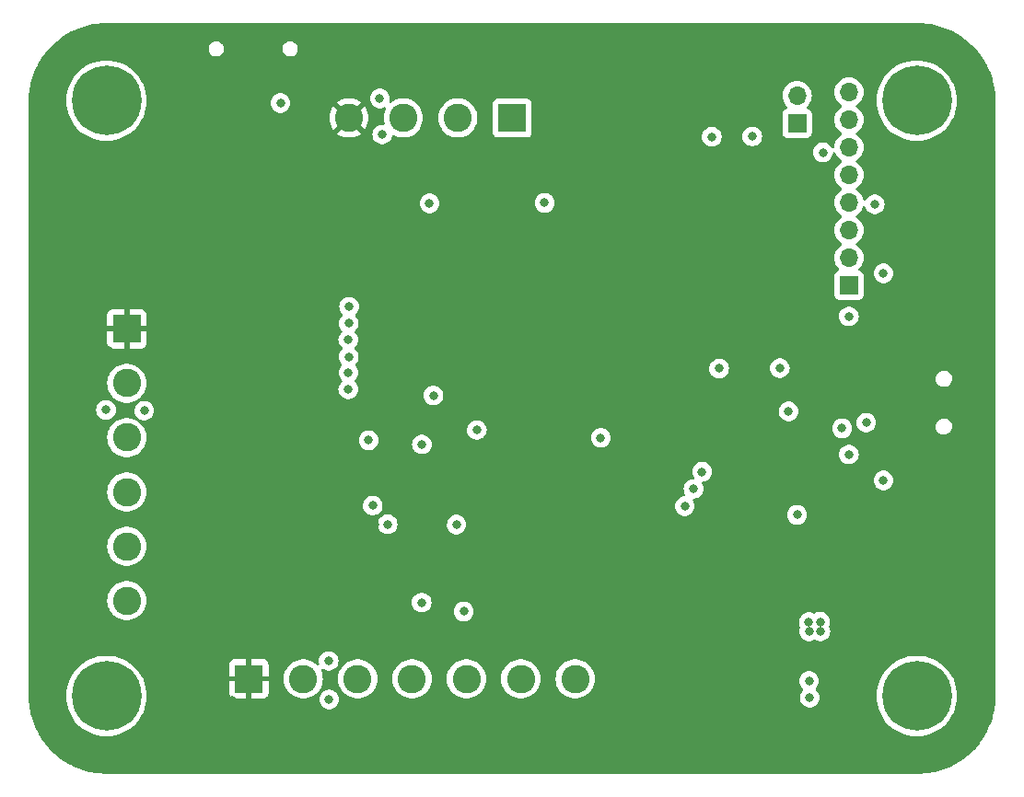
<source format=gbr>
%TF.GenerationSoftware,KiCad,Pcbnew,7.0.7*%
%TF.CreationDate,2023-11-02T23:53:28-05:00*%
%TF.ProjectId,STM32F030,53544d33-3246-4303-9330-2e6b69636164,rev?*%
%TF.SameCoordinates,Original*%
%TF.FileFunction,Copper,L3,Inr*%
%TF.FilePolarity,Positive*%
%FSLAX46Y46*%
G04 Gerber Fmt 4.6, Leading zero omitted, Abs format (unit mm)*
G04 Created by KiCad (PCBNEW 7.0.7) date 2023-11-02 23:53:28*
%MOMM*%
%LPD*%
G01*
G04 APERTURE LIST*
%TA.AperFunction,ComponentPad*%
%ADD10C,0.800000*%
%TD*%
%TA.AperFunction,ComponentPad*%
%ADD11C,6.400000*%
%TD*%
%TA.AperFunction,ComponentPad*%
%ADD12R,1.700000X1.700000*%
%TD*%
%TA.AperFunction,ComponentPad*%
%ADD13O,1.700000X1.700000*%
%TD*%
%TA.AperFunction,ComponentPad*%
%ADD14R,2.600000X2.600000*%
%TD*%
%TA.AperFunction,ComponentPad*%
%ADD15C,2.600000*%
%TD*%
%TA.AperFunction,ViaPad*%
%ADD16C,0.800000*%
%TD*%
G04 APERTURE END LIST*
D10*
%TO.N,N/C*%
%TO.C,H1*%
X99993750Y-65881250D03*
X100696694Y-64184194D03*
X100696694Y-67578306D03*
X102393750Y-63481250D03*
D11*
X102393750Y-65881250D03*
D10*
X102393750Y-68281250D03*
X104090806Y-64184194D03*
X104090806Y-67578306D03*
X104793750Y-65881250D03*
%TD*%
D12*
%TO.N,USART1_TX*%
%TO.C,UART*%
X165893750Y-67950000D03*
D13*
%TO.N,USART1_RX*%
X165893750Y-65410000D03*
%TD*%
D10*
%TO.N,N/C*%
%TO.C,H3*%
X174496694Y-120650000D03*
X175199638Y-118952944D03*
X175199638Y-122347056D03*
X176896694Y-118250000D03*
D11*
X176896694Y-120650000D03*
D10*
X176896694Y-123050000D03*
X178593750Y-118952944D03*
X178593750Y-122347056D03*
X179296694Y-120650000D03*
%TD*%
D12*
%TO.N,RTS*%
%TO.C,GPIO*%
X170656250Y-82867500D03*
D13*
%TO.N,CTS*%
X170656250Y-80327500D03*
%TO.N,GP0*%
X170656250Y-77787500D03*
%TO.N,GP1*%
X170656250Y-75247500D03*
%TO.N,GP2*%
X170656250Y-72707500D03*
%TO.N,GP3*%
X170656250Y-70167500D03*
%TO.N,GP4*%
X170656250Y-67627500D03*
%TO.N,GP5*%
X170656250Y-65087500D03*
%TD*%
D14*
%TO.N,GND*%
%TO.C,Analog*%
X104270000Y-86875000D03*
D15*
%TO.N,+3.3V*%
X104270000Y-91875000D03*
%TO.N,Lin_Pots1*%
X104270000Y-96875000D03*
%TO.N,Lin_Pots2*%
X104270000Y-101875000D03*
%TO.N,Lin_Pots3*%
X104270000Y-106875000D03*
%TO.N,Lin_Pots4*%
X104270000Y-111875000D03*
%TD*%
D10*
%TO.N,N/C*%
%TO.C,H4*%
X99993750Y-120650000D03*
X100696694Y-118952944D03*
X100696694Y-122347056D03*
X102393750Y-118250000D03*
D11*
X102393750Y-120650000D03*
D10*
X102393750Y-123050000D03*
X104090806Y-118952944D03*
X104090806Y-122347056D03*
X104793750Y-120650000D03*
%TD*%
%TO.N,N/C*%
%TO.C,H2*%
X174496694Y-65881250D03*
X175199638Y-64184194D03*
X175199638Y-67578306D03*
X176896694Y-63481250D03*
D11*
X176896694Y-65881250D03*
D10*
X176896694Y-68281250D03*
X178593750Y-64184194D03*
X178593750Y-67578306D03*
X179296694Y-65881250D03*
%TD*%
D14*
%TO.N,GND*%
%TO.C,SPI*%
X115493750Y-119062500D03*
D15*
%TO.N,+3.3V*%
X120493750Y-119062500D03*
%TO.N,SPI1_SCK*%
X125493750Y-119062500D03*
%TO.N,SPI1_MISO*%
X130493750Y-119062500D03*
%TO.N,SPI1_MOSI*%
X135493750Y-119062500D03*
%TO.N,SPI1_CS1*%
X140493750Y-119062500D03*
%TO.N,SPI1_CS2*%
X145493750Y-119062500D03*
%TD*%
D14*
%TO.N,I2C1_SCL*%
%TO.C,I2C*%
X139700000Y-67468750D03*
D15*
%TO.N,I2C1_SDA*%
X134700000Y-67468750D03*
%TO.N,+3.3V*%
X129700000Y-67468750D03*
%TO.N,GND*%
X124700000Y-67468750D03*
%TD*%
D16*
%TO.N,+3.3V*%
X124675000Y-89450000D03*
X142675000Y-75275000D03*
X124625000Y-87875000D03*
X126500000Y-97125000D03*
X124650000Y-90900000D03*
X127525000Y-65675000D03*
X166987500Y-114700000D03*
X131375000Y-112050000D03*
X158050000Y-69200000D03*
X170025000Y-96025000D03*
X161775000Y-69175000D03*
X158725000Y-90525000D03*
X124700000Y-84825000D03*
X135250000Y-112875000D03*
X167000000Y-119275000D03*
X126875000Y-103125000D03*
X172250000Y-95500000D03*
X124625000Y-92425000D03*
X105875000Y-94400000D03*
X166962500Y-113850000D03*
X132100000Y-75325000D03*
X134575000Y-104875000D03*
X102350000Y-94325000D03*
X124675000Y-86350000D03*
X167050000Y-120800000D03*
X122875000Y-120975000D03*
X127750000Y-69000000D03*
X122825000Y-117425000D03*
X168037500Y-114700000D03*
X136450000Y-96175000D03*
X168012500Y-113825000D03*
X128250000Y-104850000D03*
X147850000Y-96900000D03*
X118400000Y-66100000D03*
%TO.N,GND*%
X134775000Y-97675000D03*
X129025000Y-84875000D03*
X167000000Y-116325000D03*
X128950000Y-90825000D03*
X133350000Y-104700000D03*
X122825000Y-65800000D03*
X143875000Y-99150000D03*
X117300000Y-121075000D03*
X147775000Y-95450000D03*
X176875000Y-91100000D03*
X168150000Y-117425000D03*
X172200000Y-99725000D03*
X168200000Y-116400000D03*
X113906248Y-121077833D03*
X164250000Y-122100000D03*
X167025000Y-117325000D03*
X120525000Y-91450000D03*
X122875000Y-69150000D03*
X143875000Y-100700000D03*
X128975000Y-89300000D03*
X113325000Y-66150000D03*
X144100000Y-65525000D03*
X102200000Y-85200000D03*
X160550000Y-120750000D03*
X115950000Y-96675000D03*
X148200000Y-72900000D03*
X163000000Y-109725000D03*
X147600000Y-93500000D03*
X128975000Y-86350000D03*
X102575000Y-88875000D03*
X117200000Y-88300000D03*
X169900000Y-92775000D03*
X118850000Y-104150000D03*
X118775000Y-103150000D03*
X128950000Y-92225000D03*
X161750000Y-67900000D03*
X129000000Y-87850000D03*
X116050000Y-94400000D03*
X161750000Y-66475000D03*
X152350000Y-92000000D03*
X178475000Y-92450000D03*
X152550000Y-65600000D03*
X127025000Y-104900000D03*
%TO.N,NRST*%
X132465364Y-93000000D03*
X131400000Y-97500000D03*
%TO.N,RTS*%
X165893750Y-103981250D03*
X170656250Y-85725000D03*
%TO.N,CTS*%
X173831250Y-100806250D03*
X173831250Y-81756250D03*
%TO.N,GP1*%
X173037500Y-75406250D03*
X170656250Y-98425000D03*
%TO.N,GP3*%
X155575000Y-103187500D03*
X165100000Y-94456250D03*
%TO.N,GP4*%
X156368750Y-101600000D03*
X168275000Y-70643750D03*
%TO.N,GP5*%
X164306250Y-90487500D03*
X157162500Y-100012500D03*
%TD*%
%TA.AperFunction,Conductor*%
%TO.N,GND*%
G36*
X177300424Y-58748508D02*
G01*
X177518934Y-58756686D01*
X177523217Y-58756996D01*
X177798537Y-58786598D01*
X178037914Y-58813571D01*
X178041939Y-58814160D01*
X178310158Y-58862554D01*
X178551359Y-58908193D01*
X178555061Y-58909016D01*
X178817458Y-58975990D01*
X179056419Y-59040021D01*
X179059888Y-59041061D01*
X179315968Y-59126294D01*
X179550529Y-59208372D01*
X179553684Y-59209576D01*
X179802544Y-59312658D01*
X180030951Y-59412312D01*
X180033904Y-59413694D01*
X180093875Y-59443713D01*
X180274450Y-59534103D01*
X180495165Y-59650756D01*
X180495207Y-59650778D01*
X180497873Y-59652272D01*
X180729067Y-59789446D01*
X180940795Y-59922484D01*
X180943151Y-59924041D01*
X181163934Y-60077334D01*
X181366388Y-60226752D01*
X181576672Y-60396210D01*
X181690227Y-60493932D01*
X181767470Y-60560405D01*
X181779001Y-60571141D01*
X181965087Y-60744394D01*
X182143105Y-60922412D01*
X182327093Y-61120028D01*
X182491273Y-61310809D01*
X182491288Y-61310826D01*
X182559612Y-61395610D01*
X182660746Y-61521110D01*
X182810167Y-61723567D01*
X182963445Y-61944329D01*
X182965014Y-61946703D01*
X183098053Y-62158432D01*
X183235226Y-62389625D01*
X183236720Y-62392291D01*
X183353404Y-62613065D01*
X183473804Y-62853594D01*
X183475189Y-62856553D01*
X183574848Y-63084971D01*
X183677892Y-63333740D01*
X183677903Y-63333765D01*
X183679143Y-63337015D01*
X183761211Y-63571550D01*
X183846422Y-63827562D01*
X183847482Y-63831096D01*
X183911517Y-64070070D01*
X183978473Y-64332398D01*
X183979313Y-64336181D01*
X184004502Y-64469302D01*
X184024953Y-64577386D01*
X184073335Y-64845541D01*
X184073930Y-64849608D01*
X184100920Y-65089135D01*
X184130500Y-65364265D01*
X184130812Y-65368575D01*
X184139003Y-65587409D01*
X184149500Y-65881250D01*
X184149500Y-120650000D01*
X184139556Y-120928422D01*
X184130743Y-121163362D01*
X184130431Y-121167666D01*
X184101972Y-121432384D01*
X184073802Y-121682387D01*
X184073207Y-121686454D01*
X184026012Y-121948046D01*
X183979129Y-122195834D01*
X183978283Y-122199642D01*
X183912577Y-122457076D01*
X183847226Y-122700969D01*
X183846166Y-122704503D01*
X183762264Y-122956587D01*
X183678808Y-123195089D01*
X183677568Y-123198338D01*
X183575880Y-123443838D01*
X183474777Y-123675567D01*
X183473392Y-123678526D01*
X183354421Y-123916203D01*
X183236223Y-124139843D01*
X183234729Y-124142509D01*
X183099063Y-124371164D01*
X182964416Y-124585455D01*
X182962847Y-124587829D01*
X182811178Y-124806276D01*
X182708720Y-124945104D01*
X182660014Y-125011098D01*
X182492278Y-125219246D01*
X182326245Y-125412181D01*
X182144072Y-125607850D01*
X181964079Y-125787844D01*
X181768424Y-125970006D01*
X181575489Y-126136041D01*
X181367322Y-126303795D01*
X181162519Y-126454948D01*
X180944065Y-126606624D01*
X180941691Y-126608193D01*
X180727403Y-126742840D01*
X180498770Y-126878495D01*
X180496104Y-126879990D01*
X180272443Y-126998200D01*
X180034771Y-127117170D01*
X180031812Y-127118555D01*
X179800072Y-127219665D01*
X179554574Y-127321354D01*
X179551325Y-127322594D01*
X179312821Y-127406052D01*
X179060757Y-127489949D01*
X179057223Y-127491009D01*
X178813333Y-127556362D01*
X178555883Y-127622073D01*
X178552076Y-127622919D01*
X178304275Y-127669807D01*
X178042712Y-127716999D01*
X178038645Y-127717594D01*
X177788574Y-127745772D01*
X177523948Y-127774223D01*
X177519638Y-127774535D01*
X177270895Y-127783845D01*
X177007626Y-127793250D01*
X102393750Y-127793250D01*
X102099971Y-127782757D01*
X101881086Y-127774567D01*
X101876776Y-127774256D01*
X101601652Y-127744677D01*
X101362104Y-127717686D01*
X101358036Y-127717091D01*
X101089916Y-127668717D01*
X100848692Y-127623075D01*
X100844884Y-127622229D01*
X100582595Y-127555284D01*
X100343584Y-127491241D01*
X100340059Y-127490183D01*
X100260099Y-127463570D01*
X100084077Y-127404984D01*
X99849490Y-127322899D01*
X99846261Y-127321667D01*
X99597474Y-127218616D01*
X99369037Y-127118950D01*
X99366077Y-127117565D01*
X99365288Y-127117170D01*
X99125554Y-126997167D01*
X98904787Y-126880489D01*
X98902126Y-126878998D01*
X98670913Y-126741813D01*
X98459187Y-126608777D01*
X98456813Y-126607208D01*
X98236054Y-126453931D01*
X98033604Y-126304517D01*
X97823309Y-126135051D01*
X97632517Y-125970861D01*
X97535206Y-125880262D01*
X97434908Y-125786880D01*
X97256869Y-125608841D01*
X97166592Y-125511877D01*
X97072888Y-125411232D01*
X96908690Y-125220430D01*
X96840373Y-125135654D01*
X96739229Y-125010141D01*
X96589818Y-124807695D01*
X96533877Y-124727125D01*
X96436522Y-124586908D01*
X96434986Y-124584584D01*
X96301934Y-124372833D01*
X96300944Y-124371164D01*
X96164735Y-124141596D01*
X96163265Y-124138972D01*
X96046609Y-123918248D01*
X95926167Y-123677637D01*
X95924813Y-123674743D01*
X95825135Y-123446280D01*
X95722066Y-123197450D01*
X95720862Y-123194293D01*
X95638765Y-122959672D01*
X95621430Y-122907590D01*
X95553551Y-122703647D01*
X95552513Y-122700185D01*
X95488462Y-122461143D01*
X95421718Y-122199642D01*
X95421514Y-122198843D01*
X95420682Y-122195097D01*
X95375034Y-121953841D01*
X95326652Y-121685682D01*
X95326066Y-121681676D01*
X95299075Y-121442126D01*
X95269489Y-121166935D01*
X95269184Y-121162720D01*
X95261011Y-120944322D01*
X95250500Y-120650000D01*
X98688172Y-120650000D01*
X98708472Y-121037339D01*
X98755176Y-121332216D01*
X98769148Y-121420433D01*
X98835105Y-121666590D01*
X98869538Y-121795094D01*
X99008537Y-122157197D01*
X99184627Y-122502793D01*
X99395872Y-122828082D01*
X99499934Y-122956587D01*
X99639969Y-123129516D01*
X99914234Y-123403781D01*
X99914238Y-123403784D01*
X100215667Y-123647877D01*
X100540956Y-123859122D01*
X100540961Y-123859125D01*
X100886556Y-124035214D01*
X101248663Y-124174214D01*
X101623317Y-124274602D01*
X102006412Y-124335278D01*
X102372326Y-124354455D01*
X102393749Y-124355578D01*
X102393750Y-124355578D01*
X102393751Y-124355578D01*
X102414051Y-124354514D01*
X102781088Y-124335278D01*
X103164183Y-124274602D01*
X103538837Y-124174214D01*
X103900944Y-124035214D01*
X104246539Y-123859125D01*
X104571834Y-123647876D01*
X104873266Y-123403781D01*
X105147531Y-123129516D01*
X105391626Y-122828084D01*
X105602875Y-122502789D01*
X105778964Y-122157194D01*
X105917964Y-121795087D01*
X106018352Y-121420433D01*
X106079028Y-121037338D01*
X106082295Y-120975000D01*
X121969540Y-120975000D01*
X121989326Y-121163256D01*
X121989327Y-121163259D01*
X122047818Y-121343277D01*
X122047821Y-121343284D01*
X122142467Y-121507216D01*
X122211737Y-121584148D01*
X122269129Y-121647888D01*
X122422265Y-121759148D01*
X122422270Y-121759151D01*
X122595192Y-121836142D01*
X122595197Y-121836144D01*
X122780354Y-121875500D01*
X122780355Y-121875500D01*
X122969644Y-121875500D01*
X122969646Y-121875500D01*
X123154803Y-121836144D01*
X123327730Y-121759151D01*
X123480871Y-121647888D01*
X123607533Y-121507216D01*
X123702179Y-121343284D01*
X123760674Y-121163256D01*
X123780460Y-120975000D01*
X123760674Y-120786744D01*
X123702179Y-120606716D01*
X123607533Y-120442784D01*
X123480871Y-120302112D01*
X123465011Y-120290589D01*
X123327734Y-120190851D01*
X123327729Y-120190848D01*
X123154807Y-120113857D01*
X123154802Y-120113855D01*
X122993649Y-120079602D01*
X122969646Y-120074500D01*
X122780354Y-120074500D01*
X122756351Y-120079602D01*
X122595197Y-120113855D01*
X122595192Y-120113857D01*
X122422270Y-120190848D01*
X122422265Y-120190851D01*
X122269129Y-120302111D01*
X122142466Y-120442785D01*
X122047821Y-120606715D01*
X122047818Y-120606722D01*
X122003462Y-120743237D01*
X121989326Y-120786744D01*
X121969540Y-120975000D01*
X106082295Y-120975000D01*
X106099328Y-120650000D01*
X106086768Y-120410344D01*
X113693750Y-120410344D01*
X113700151Y-120469872D01*
X113700153Y-120469879D01*
X113750395Y-120604586D01*
X113750399Y-120604593D01*
X113836559Y-120719687D01*
X113836562Y-120719690D01*
X113951656Y-120805850D01*
X113951663Y-120805854D01*
X114086370Y-120856096D01*
X114086377Y-120856098D01*
X114145905Y-120862499D01*
X114145922Y-120862500D01*
X115243750Y-120862500D01*
X115243750Y-119829253D01*
X115263435Y-119762214D01*
X115316239Y-119716459D01*
X115385397Y-119706515D01*
X115398566Y-119709144D01*
X115411636Y-119712500D01*
X115411640Y-119712500D01*
X115534642Y-119712500D01*
X115534644Y-119712500D01*
X115534649Y-119712499D01*
X115534653Y-119712499D01*
X115582020Y-119706515D01*
X115604207Y-119703712D01*
X115673185Y-119714838D01*
X115725197Y-119761491D01*
X115743749Y-119826734D01*
X115743749Y-120862499D01*
X115743751Y-120862500D01*
X116841578Y-120862500D01*
X116841594Y-120862499D01*
X116901122Y-120856098D01*
X116901129Y-120856096D01*
X117035836Y-120805854D01*
X117035843Y-120805850D01*
X117150937Y-120719690D01*
X117150940Y-120719687D01*
X117237100Y-120604593D01*
X117237104Y-120604586D01*
X117287346Y-120469879D01*
X117287348Y-120469872D01*
X117293749Y-120410344D01*
X117293750Y-120410327D01*
X117293750Y-119312500D01*
X116257671Y-119312500D01*
X116190632Y-119292815D01*
X116144877Y-119240011D01*
X116134933Y-119170853D01*
X116135867Y-119165266D01*
X116140152Y-119142802D01*
X116147623Y-119103638D01*
X116145035Y-119062504D01*
X118688201Y-119062504D01*
X118708366Y-119331601D01*
X118768414Y-119594688D01*
X118768416Y-119594695D01*
X118867006Y-119845896D01*
X118867008Y-119845900D01*
X118895520Y-119895284D01*
X119001935Y-120079602D01*
X119137830Y-120250009D01*
X119170192Y-120290589D01*
X119334222Y-120442785D01*
X119368009Y-120474135D01*
X119590976Y-120626151D01*
X119834109Y-120743238D01*
X120091978Y-120822780D01*
X120091979Y-120822780D01*
X120091982Y-120822781D01*
X120358813Y-120862999D01*
X120358818Y-120862999D01*
X120358821Y-120863000D01*
X120358822Y-120863000D01*
X120628678Y-120863000D01*
X120628679Y-120863000D01*
X120628686Y-120862999D01*
X120895517Y-120822781D01*
X120895518Y-120822780D01*
X120895522Y-120822780D01*
X121153391Y-120743238D01*
X121396525Y-120626151D01*
X121619491Y-120474135D01*
X121817311Y-120290585D01*
X121985565Y-120079602D01*
X122120493Y-119845898D01*
X122219084Y-119594695D01*
X122279133Y-119331603D01*
X122293281Y-119142806D01*
X122299299Y-119062504D01*
X123688201Y-119062504D01*
X123708366Y-119331601D01*
X123768414Y-119594688D01*
X123768416Y-119594695D01*
X123867006Y-119845896D01*
X123867008Y-119845900D01*
X123895520Y-119895284D01*
X124001935Y-120079602D01*
X124137830Y-120250009D01*
X124170192Y-120290589D01*
X124334222Y-120442785D01*
X124368009Y-120474135D01*
X124590976Y-120626151D01*
X124834109Y-120743238D01*
X125091978Y-120822780D01*
X125091979Y-120822780D01*
X125091982Y-120822781D01*
X125358813Y-120862999D01*
X125358818Y-120862999D01*
X125358821Y-120863000D01*
X125358822Y-120863000D01*
X125628678Y-120863000D01*
X125628679Y-120863000D01*
X125628686Y-120862999D01*
X125895517Y-120822781D01*
X125895518Y-120822780D01*
X125895522Y-120822780D01*
X126153391Y-120743238D01*
X126396525Y-120626151D01*
X126619491Y-120474135D01*
X126817311Y-120290585D01*
X126985565Y-120079602D01*
X127120493Y-119845898D01*
X127219084Y-119594695D01*
X127279133Y-119331603D01*
X127293281Y-119142806D01*
X127299299Y-119062504D01*
X128688201Y-119062504D01*
X128708366Y-119331601D01*
X128768414Y-119594688D01*
X128768416Y-119594695D01*
X128867006Y-119845896D01*
X128867008Y-119845900D01*
X128895520Y-119895284D01*
X129001935Y-120079602D01*
X129137830Y-120250009D01*
X129170192Y-120290589D01*
X129334222Y-120442785D01*
X129368009Y-120474135D01*
X129590976Y-120626151D01*
X129834109Y-120743238D01*
X130091978Y-120822780D01*
X130091979Y-120822780D01*
X130091982Y-120822781D01*
X130358813Y-120862999D01*
X130358818Y-120862999D01*
X130358821Y-120863000D01*
X130358822Y-120863000D01*
X130628678Y-120863000D01*
X130628679Y-120863000D01*
X130628686Y-120862999D01*
X130895517Y-120822781D01*
X130895518Y-120822780D01*
X130895522Y-120822780D01*
X131153391Y-120743238D01*
X131396525Y-120626151D01*
X131619491Y-120474135D01*
X131817311Y-120290585D01*
X131985565Y-120079602D01*
X132120493Y-119845898D01*
X132219084Y-119594695D01*
X132279133Y-119331603D01*
X132293281Y-119142806D01*
X132299299Y-119062504D01*
X133688201Y-119062504D01*
X133708366Y-119331601D01*
X133768414Y-119594688D01*
X133768416Y-119594695D01*
X133867006Y-119845896D01*
X133867008Y-119845900D01*
X133895520Y-119895284D01*
X134001935Y-120079602D01*
X134137830Y-120250009D01*
X134170192Y-120290589D01*
X134334222Y-120442785D01*
X134368009Y-120474135D01*
X134590976Y-120626151D01*
X134834109Y-120743238D01*
X135091978Y-120822780D01*
X135091979Y-120822780D01*
X135091982Y-120822781D01*
X135358813Y-120862999D01*
X135358818Y-120862999D01*
X135358821Y-120863000D01*
X135358822Y-120863000D01*
X135628678Y-120863000D01*
X135628679Y-120863000D01*
X135628686Y-120862999D01*
X135895517Y-120822781D01*
X135895518Y-120822780D01*
X135895522Y-120822780D01*
X136153391Y-120743238D01*
X136396525Y-120626151D01*
X136619491Y-120474135D01*
X136817311Y-120290585D01*
X136985565Y-120079602D01*
X137120493Y-119845898D01*
X137219084Y-119594695D01*
X137279133Y-119331603D01*
X137293281Y-119142806D01*
X137299299Y-119062504D01*
X138688201Y-119062504D01*
X138708366Y-119331601D01*
X138768414Y-119594688D01*
X138768416Y-119594695D01*
X138867006Y-119845896D01*
X138867008Y-119845900D01*
X138895520Y-119895284D01*
X139001935Y-120079602D01*
X139137830Y-120250009D01*
X139170192Y-120290589D01*
X139334222Y-120442785D01*
X139368009Y-120474135D01*
X139590976Y-120626151D01*
X139834109Y-120743238D01*
X140091978Y-120822780D01*
X140091979Y-120822780D01*
X140091982Y-120822781D01*
X140358813Y-120862999D01*
X140358818Y-120862999D01*
X140358821Y-120863000D01*
X140358822Y-120863000D01*
X140628678Y-120863000D01*
X140628679Y-120863000D01*
X140628686Y-120862999D01*
X140895517Y-120822781D01*
X140895518Y-120822780D01*
X140895522Y-120822780D01*
X141153391Y-120743238D01*
X141396525Y-120626151D01*
X141619491Y-120474135D01*
X141817311Y-120290585D01*
X141985565Y-120079602D01*
X142120493Y-119845898D01*
X142219084Y-119594695D01*
X142279133Y-119331603D01*
X142293281Y-119142806D01*
X142299299Y-119062504D01*
X143688201Y-119062504D01*
X143708366Y-119331601D01*
X143768414Y-119594688D01*
X143768416Y-119594695D01*
X143867006Y-119845896D01*
X143867008Y-119845900D01*
X143895520Y-119895284D01*
X144001935Y-120079602D01*
X144137830Y-120250009D01*
X144170192Y-120290589D01*
X144334222Y-120442785D01*
X144368009Y-120474135D01*
X144590976Y-120626151D01*
X144834109Y-120743238D01*
X145091978Y-120822780D01*
X145091979Y-120822780D01*
X145091982Y-120822781D01*
X145358813Y-120862999D01*
X145358818Y-120862999D01*
X145358821Y-120863000D01*
X145358822Y-120863000D01*
X145628678Y-120863000D01*
X145628679Y-120863000D01*
X145628686Y-120862999D01*
X145895517Y-120822781D01*
X145895518Y-120822780D01*
X145895522Y-120822780D01*
X146153391Y-120743238D01*
X146396525Y-120626151D01*
X146619491Y-120474135D01*
X146817311Y-120290585D01*
X146985565Y-120079602D01*
X147120493Y-119845898D01*
X147219084Y-119594695D01*
X147279133Y-119331603D01*
X147283375Y-119275000D01*
X166094540Y-119275000D01*
X166114326Y-119463256D01*
X166114327Y-119463259D01*
X166172818Y-119643277D01*
X166172821Y-119643284D01*
X166267467Y-119807216D01*
X166394129Y-119947888D01*
X166410494Y-119959778D01*
X166453160Y-120015105D01*
X166459141Y-120084718D01*
X166429761Y-120143067D01*
X166317466Y-120267785D01*
X166222821Y-120431715D01*
X166222818Y-120431722D01*
X166164327Y-120611740D01*
X166164326Y-120611744D01*
X166144540Y-120800000D01*
X166164326Y-120988256D01*
X166164327Y-120988259D01*
X166222818Y-121168277D01*
X166222821Y-121168284D01*
X166317467Y-121332216D01*
X166327433Y-121343284D01*
X166444129Y-121472888D01*
X166597265Y-121584148D01*
X166597270Y-121584151D01*
X166770192Y-121661142D01*
X166770197Y-121661144D01*
X166955354Y-121700500D01*
X166955355Y-121700500D01*
X167144644Y-121700500D01*
X167144646Y-121700500D01*
X167329803Y-121661144D01*
X167502730Y-121584151D01*
X167655871Y-121472888D01*
X167782533Y-121332216D01*
X167877179Y-121168284D01*
X167935674Y-120988256D01*
X167955460Y-120800000D01*
X167939695Y-120650000D01*
X173191116Y-120650000D01*
X173211416Y-121037339D01*
X173258120Y-121332216D01*
X173272092Y-121420433D01*
X173338049Y-121666590D01*
X173372482Y-121795094D01*
X173511481Y-122157197D01*
X173687571Y-122502793D01*
X173898816Y-122828082D01*
X174002878Y-122956587D01*
X174142913Y-123129516D01*
X174417178Y-123403781D01*
X174417182Y-123403784D01*
X174718611Y-123647877D01*
X175043900Y-123859122D01*
X175043905Y-123859125D01*
X175389500Y-124035214D01*
X175751607Y-124174214D01*
X176126261Y-124274602D01*
X176509356Y-124335278D01*
X176875270Y-124354455D01*
X176896693Y-124355578D01*
X176896694Y-124355578D01*
X176896695Y-124355578D01*
X176916995Y-124354514D01*
X177284032Y-124335278D01*
X177667127Y-124274602D01*
X178041781Y-124174214D01*
X178403888Y-124035214D01*
X178749483Y-123859125D01*
X179074778Y-123647876D01*
X179376210Y-123403781D01*
X179650475Y-123129516D01*
X179894570Y-122828084D01*
X180105819Y-122502789D01*
X180281908Y-122157194D01*
X180420908Y-121795087D01*
X180521296Y-121420433D01*
X180581972Y-121037338D01*
X180602272Y-120650000D01*
X180581972Y-120262662D01*
X180521296Y-119879567D01*
X180420908Y-119504913D01*
X180281908Y-119142806D01*
X180105819Y-118797211D01*
X180096944Y-118783544D01*
X179894571Y-118471917D01*
X179681787Y-118209151D01*
X179650475Y-118170484D01*
X179376210Y-117896219D01*
X179341858Y-117868401D01*
X179074776Y-117652122D01*
X178749487Y-117440877D01*
X178403891Y-117264787D01*
X178041788Y-117125788D01*
X178041781Y-117125786D01*
X177667127Y-117025398D01*
X177667123Y-117025397D01*
X177667122Y-117025397D01*
X177284033Y-116964722D01*
X176896695Y-116944422D01*
X176896693Y-116944422D01*
X176509354Y-116964722D01*
X176126266Y-117025397D01*
X176126264Y-117025397D01*
X175751599Y-117125788D01*
X175389496Y-117264787D01*
X175043900Y-117440877D01*
X174718611Y-117652122D01*
X174417182Y-117896215D01*
X174417174Y-117896222D01*
X174142916Y-118170480D01*
X174142909Y-118170488D01*
X173898816Y-118471917D01*
X173687571Y-118797206D01*
X173511481Y-119142802D01*
X173372482Y-119504905D01*
X173272091Y-119879570D01*
X173272091Y-119879572D01*
X173211416Y-120262660D01*
X173191116Y-120649999D01*
X173191116Y-120650000D01*
X167939695Y-120650000D01*
X167935674Y-120611744D01*
X167877179Y-120431716D01*
X167782533Y-120267784D01*
X167655871Y-120127112D01*
X167639502Y-120115219D01*
X167596837Y-120059888D01*
X167590859Y-119990275D01*
X167620236Y-119931933D01*
X167732533Y-119807216D01*
X167827179Y-119643284D01*
X167885674Y-119463256D01*
X167905460Y-119275000D01*
X167885674Y-119086744D01*
X167827179Y-118906716D01*
X167732533Y-118742784D01*
X167605871Y-118602112D01*
X167582188Y-118584905D01*
X167452734Y-118490851D01*
X167452729Y-118490848D01*
X167279807Y-118413857D01*
X167279802Y-118413855D01*
X167134001Y-118382865D01*
X167094646Y-118374500D01*
X166905354Y-118374500D01*
X166872897Y-118381398D01*
X166720197Y-118413855D01*
X166720192Y-118413857D01*
X166547270Y-118490848D01*
X166547265Y-118490851D01*
X166394129Y-118602111D01*
X166267466Y-118742785D01*
X166172821Y-118906715D01*
X166172818Y-118906722D01*
X166135569Y-119021364D01*
X166114326Y-119086744D01*
X166105486Y-119170853D01*
X166095596Y-119264957D01*
X166094540Y-119275000D01*
X147283375Y-119275000D01*
X147293281Y-119142806D01*
X147299299Y-119062504D01*
X147299299Y-119062495D01*
X147281663Y-118827163D01*
X147279133Y-118793397D01*
X147219084Y-118530305D01*
X147120493Y-118279102D01*
X146985565Y-118045398D01*
X146817311Y-117834415D01*
X146817310Y-117834414D01*
X146817307Y-117834410D01*
X146619491Y-117650865D01*
X146601022Y-117638273D01*
X146396525Y-117498849D01*
X146396519Y-117498846D01*
X146396518Y-117498845D01*
X146396517Y-117498844D01*
X146153393Y-117381763D01*
X146153395Y-117381763D01*
X145895523Y-117302220D01*
X145895517Y-117302218D01*
X145628686Y-117262000D01*
X145628679Y-117262000D01*
X145358821Y-117262000D01*
X145358813Y-117262000D01*
X145091982Y-117302218D01*
X145091976Y-117302220D01*
X144834108Y-117381762D01*
X144590980Y-117498846D01*
X144368008Y-117650865D01*
X144170192Y-117834410D01*
X144001935Y-118045398D01*
X143867008Y-118279099D01*
X143867006Y-118279103D01*
X143768416Y-118530304D01*
X143768414Y-118530311D01*
X143708366Y-118793398D01*
X143688201Y-119062495D01*
X143688201Y-119062504D01*
X142299299Y-119062504D01*
X142299299Y-119062495D01*
X142281663Y-118827163D01*
X142279133Y-118793397D01*
X142219084Y-118530305D01*
X142120493Y-118279102D01*
X141985565Y-118045398D01*
X141817311Y-117834415D01*
X141817310Y-117834414D01*
X141817307Y-117834410D01*
X141619491Y-117650865D01*
X141601022Y-117638273D01*
X141396525Y-117498849D01*
X141396519Y-117498846D01*
X141396518Y-117498845D01*
X141396517Y-117498844D01*
X141153393Y-117381763D01*
X141153395Y-117381763D01*
X140895523Y-117302220D01*
X140895517Y-117302218D01*
X140628686Y-117262000D01*
X140628679Y-117262000D01*
X140358821Y-117262000D01*
X140358813Y-117262000D01*
X140091982Y-117302218D01*
X140091976Y-117302220D01*
X139834108Y-117381762D01*
X139590980Y-117498846D01*
X139368008Y-117650865D01*
X139170192Y-117834410D01*
X139001935Y-118045398D01*
X138867008Y-118279099D01*
X138867006Y-118279103D01*
X138768416Y-118530304D01*
X138768414Y-118530311D01*
X138708366Y-118793398D01*
X138688201Y-119062495D01*
X138688201Y-119062504D01*
X137299299Y-119062504D01*
X137299299Y-119062495D01*
X137281663Y-118827163D01*
X137279133Y-118793397D01*
X137219084Y-118530305D01*
X137120493Y-118279102D01*
X136985565Y-118045398D01*
X136817311Y-117834415D01*
X136817310Y-117834414D01*
X136817307Y-117834410D01*
X136619491Y-117650865D01*
X136601022Y-117638273D01*
X136396525Y-117498849D01*
X136396519Y-117498846D01*
X136396518Y-117498845D01*
X136396517Y-117498844D01*
X136153393Y-117381763D01*
X136153395Y-117381763D01*
X135895523Y-117302220D01*
X135895517Y-117302218D01*
X135628686Y-117262000D01*
X135628679Y-117262000D01*
X135358821Y-117262000D01*
X135358813Y-117262000D01*
X135091982Y-117302218D01*
X135091976Y-117302220D01*
X134834108Y-117381762D01*
X134590980Y-117498846D01*
X134368008Y-117650865D01*
X134170192Y-117834410D01*
X134001935Y-118045398D01*
X133867008Y-118279099D01*
X133867006Y-118279103D01*
X133768416Y-118530304D01*
X133768414Y-118530311D01*
X133708366Y-118793398D01*
X133688201Y-119062495D01*
X133688201Y-119062504D01*
X132299299Y-119062504D01*
X132299299Y-119062495D01*
X132281663Y-118827163D01*
X132279133Y-118793397D01*
X132219084Y-118530305D01*
X132120493Y-118279102D01*
X131985565Y-118045398D01*
X131817311Y-117834415D01*
X131817310Y-117834414D01*
X131817307Y-117834410D01*
X131619491Y-117650865D01*
X131601022Y-117638273D01*
X131396525Y-117498849D01*
X131396519Y-117498846D01*
X131396518Y-117498845D01*
X131396517Y-117498844D01*
X131153393Y-117381763D01*
X131153395Y-117381763D01*
X130895523Y-117302220D01*
X130895517Y-117302218D01*
X130628686Y-117262000D01*
X130628679Y-117262000D01*
X130358821Y-117262000D01*
X130358813Y-117262000D01*
X130091982Y-117302218D01*
X130091976Y-117302220D01*
X129834108Y-117381762D01*
X129590980Y-117498846D01*
X129368008Y-117650865D01*
X129170192Y-117834410D01*
X129001935Y-118045398D01*
X128867008Y-118279099D01*
X128867006Y-118279103D01*
X128768416Y-118530304D01*
X128768414Y-118530311D01*
X128708366Y-118793398D01*
X128688201Y-119062495D01*
X128688201Y-119062504D01*
X127299299Y-119062504D01*
X127299299Y-119062495D01*
X127281663Y-118827163D01*
X127279133Y-118793397D01*
X127219084Y-118530305D01*
X127120493Y-118279102D01*
X126985565Y-118045398D01*
X126817311Y-117834415D01*
X126817310Y-117834414D01*
X126817307Y-117834410D01*
X126619491Y-117650865D01*
X126601022Y-117638273D01*
X126396525Y-117498849D01*
X126396519Y-117498846D01*
X126396518Y-117498845D01*
X126396517Y-117498844D01*
X126153393Y-117381763D01*
X126153395Y-117381763D01*
X125895523Y-117302220D01*
X125895517Y-117302218D01*
X125628686Y-117262000D01*
X125628679Y-117262000D01*
X125358821Y-117262000D01*
X125358813Y-117262000D01*
X125091982Y-117302218D01*
X125091976Y-117302220D01*
X124834108Y-117381762D01*
X124590980Y-117498846D01*
X124368008Y-117650865D01*
X124170192Y-117834410D01*
X124001935Y-118045398D01*
X123867008Y-118279099D01*
X123867006Y-118279103D01*
X123768416Y-118530304D01*
X123768414Y-118530311D01*
X123708366Y-118793398D01*
X123688201Y-119062495D01*
X123688201Y-119062504D01*
X122299299Y-119062504D01*
X122299299Y-119062495D01*
X122281663Y-118827163D01*
X122279133Y-118793397D01*
X122219084Y-118530305D01*
X122136722Y-118320454D01*
X122130554Y-118250858D01*
X122162992Y-118188974D01*
X122223737Y-118154451D01*
X122293503Y-118158250D01*
X122325036Y-118174834D01*
X122372265Y-118209148D01*
X122372270Y-118209151D01*
X122545192Y-118286142D01*
X122545197Y-118286144D01*
X122730354Y-118325500D01*
X122730355Y-118325500D01*
X122919644Y-118325500D01*
X122919646Y-118325500D01*
X123104803Y-118286144D01*
X123277730Y-118209151D01*
X123430871Y-118097888D01*
X123557533Y-117957216D01*
X123652179Y-117793284D01*
X123710674Y-117613256D01*
X123730460Y-117425000D01*
X123710674Y-117236744D01*
X123652179Y-117056716D01*
X123557533Y-116892784D01*
X123430871Y-116752112D01*
X123430870Y-116752111D01*
X123277734Y-116640851D01*
X123277729Y-116640848D01*
X123104807Y-116563857D01*
X123104802Y-116563855D01*
X122959000Y-116532865D01*
X122919646Y-116524500D01*
X122730354Y-116524500D01*
X122697897Y-116531398D01*
X122545197Y-116563855D01*
X122545192Y-116563857D01*
X122372270Y-116640848D01*
X122372265Y-116640851D01*
X122219129Y-116752111D01*
X122092466Y-116892785D01*
X121997821Y-117056715D01*
X121997818Y-117056722D01*
X121939327Y-117236740D01*
X121939326Y-117236744D01*
X121919540Y-117425000D01*
X121939326Y-117613256D01*
X121939326Y-117613258D01*
X121939327Y-117613260D01*
X121947454Y-117638273D01*
X121949449Y-117708114D01*
X121913368Y-117767946D01*
X121850667Y-117798774D01*
X121781253Y-117790809D01*
X121745182Y-117767489D01*
X121619491Y-117650865D01*
X121601022Y-117638273D01*
X121396525Y-117498849D01*
X121396519Y-117498846D01*
X121396518Y-117498845D01*
X121396517Y-117498844D01*
X121153393Y-117381763D01*
X121153395Y-117381763D01*
X120895523Y-117302220D01*
X120895517Y-117302218D01*
X120628686Y-117262000D01*
X120628679Y-117262000D01*
X120358821Y-117262000D01*
X120358813Y-117262000D01*
X120091982Y-117302218D01*
X120091976Y-117302220D01*
X119834108Y-117381762D01*
X119590980Y-117498846D01*
X119368008Y-117650865D01*
X119170192Y-117834410D01*
X119001935Y-118045398D01*
X118867008Y-118279099D01*
X118867006Y-118279103D01*
X118768416Y-118530304D01*
X118768414Y-118530311D01*
X118708366Y-118793398D01*
X118688201Y-119062495D01*
X118688201Y-119062504D01*
X116145035Y-119062504D01*
X116137597Y-118944284D01*
X116153033Y-118876143D01*
X116202859Y-118827163D01*
X116261352Y-118812500D01*
X117293750Y-118812500D01*
X117293749Y-118812499D01*
X117293750Y-117714672D01*
X117293749Y-117714655D01*
X117287348Y-117655127D01*
X117287346Y-117655120D01*
X117237104Y-117520413D01*
X117237100Y-117520406D01*
X117150940Y-117405312D01*
X117150937Y-117405309D01*
X117035843Y-117319149D01*
X117035836Y-117319145D01*
X116901129Y-117268903D01*
X116901122Y-117268901D01*
X116841594Y-117262500D01*
X115743750Y-117262500D01*
X115743750Y-118295746D01*
X115724065Y-118362785D01*
X115671261Y-118408540D01*
X115602103Y-118418484D01*
X115588915Y-118415851D01*
X115575865Y-118412500D01*
X115575864Y-118412500D01*
X115452856Y-118412500D01*
X115452844Y-118412500D01*
X115383291Y-118421287D01*
X115314313Y-118410160D01*
X115262301Y-118363506D01*
X115243750Y-118298265D01*
X115243750Y-117262500D01*
X114145905Y-117262500D01*
X114086377Y-117268901D01*
X114086370Y-117268903D01*
X113951663Y-117319145D01*
X113951656Y-117319149D01*
X113836562Y-117405309D01*
X113836559Y-117405312D01*
X113750399Y-117520406D01*
X113750395Y-117520413D01*
X113700153Y-117655120D01*
X113700151Y-117655127D01*
X113693750Y-117714655D01*
X113693750Y-118812500D01*
X114729829Y-118812500D01*
X114796868Y-118832185D01*
X114842623Y-118884989D01*
X114852567Y-118954147D01*
X114851633Y-118959734D01*
X114839877Y-119021362D01*
X114849282Y-119170853D01*
X114849903Y-119180714D01*
X114834467Y-119248857D01*
X114784641Y-119297837D01*
X114726148Y-119312500D01*
X113693750Y-119312500D01*
X113693750Y-120410344D01*
X106086768Y-120410344D01*
X106079028Y-120262662D01*
X106018352Y-119879567D01*
X105917964Y-119504913D01*
X105778964Y-119142806D01*
X105602875Y-118797211D01*
X105594000Y-118783544D01*
X105391627Y-118471917D01*
X105178843Y-118209151D01*
X105147531Y-118170484D01*
X104873266Y-117896219D01*
X104838914Y-117868401D01*
X104571832Y-117652122D01*
X104246543Y-117440877D01*
X103900947Y-117264787D01*
X103538844Y-117125788D01*
X103538837Y-117125786D01*
X103164183Y-117025398D01*
X103164179Y-117025397D01*
X103164178Y-117025397D01*
X102781089Y-116964722D01*
X102393751Y-116944422D01*
X102393749Y-116944422D01*
X102006410Y-116964722D01*
X101623322Y-117025397D01*
X101623320Y-117025397D01*
X101248655Y-117125788D01*
X100886552Y-117264787D01*
X100540956Y-117440877D01*
X100215667Y-117652122D01*
X99914238Y-117896215D01*
X99914230Y-117896222D01*
X99639972Y-118170480D01*
X99639965Y-118170488D01*
X99395872Y-118471917D01*
X99184627Y-118797206D01*
X99008537Y-119142802D01*
X98869538Y-119504905D01*
X98769147Y-119879570D01*
X98769147Y-119879572D01*
X98708472Y-120262660D01*
X98688172Y-120649999D01*
X98688172Y-120650000D01*
X95250500Y-120650000D01*
X95250500Y-120649500D01*
X95250500Y-113850000D01*
X166057040Y-113850000D01*
X166076826Y-114038256D01*
X166076827Y-114038259D01*
X166135320Y-114218284D01*
X166147298Y-114239030D01*
X166163769Y-114306931D01*
X166157841Y-114339347D01*
X166101827Y-114511740D01*
X166101826Y-114511744D01*
X166082040Y-114700000D01*
X166101826Y-114888256D01*
X166101827Y-114888259D01*
X166160318Y-115068277D01*
X166160321Y-115068284D01*
X166254967Y-115232216D01*
X166381629Y-115372887D01*
X166381629Y-115372888D01*
X166534765Y-115484148D01*
X166534770Y-115484151D01*
X166707692Y-115561142D01*
X166707697Y-115561144D01*
X166892854Y-115600500D01*
X166892855Y-115600500D01*
X167082144Y-115600500D01*
X167082146Y-115600500D01*
X167267303Y-115561144D01*
X167440230Y-115484151D01*
X167440238Y-115484144D01*
X167445857Y-115480902D01*
X167446560Y-115482120D01*
X167505419Y-115461118D01*
X167573473Y-115476942D01*
X167583980Y-115483695D01*
X167584765Y-115484147D01*
X167584770Y-115484151D01*
X167688086Y-115530151D01*
X167757692Y-115561142D01*
X167757697Y-115561144D01*
X167942854Y-115600500D01*
X167942855Y-115600500D01*
X168132144Y-115600500D01*
X168132146Y-115600500D01*
X168317303Y-115561144D01*
X168490230Y-115484151D01*
X168643371Y-115372888D01*
X168770033Y-115232216D01*
X168864679Y-115068284D01*
X168923174Y-114888256D01*
X168942960Y-114700000D01*
X168923174Y-114511744D01*
X168864679Y-114331716D01*
X168847355Y-114301711D01*
X168830883Y-114233811D01*
X168838945Y-114199879D01*
X168837671Y-114199465D01*
X168852768Y-114153000D01*
X168898174Y-114013256D01*
X168917960Y-113825000D01*
X168898174Y-113636744D01*
X168839679Y-113456716D01*
X168745033Y-113292784D01*
X168618371Y-113152112D01*
X168618370Y-113152111D01*
X168465234Y-113040851D01*
X168465229Y-113040848D01*
X168292307Y-112963857D01*
X168292302Y-112963855D01*
X168146501Y-112932865D01*
X168107146Y-112924500D01*
X167917854Y-112924500D01*
X167885397Y-112931398D01*
X167732697Y-112963855D01*
X167732692Y-112963857D01*
X167559770Y-113040848D01*
X167559767Y-113040850D01*
X167541430Y-113054173D01*
X167475623Y-113077651D01*
X167418111Y-113067132D01*
X167415230Y-113065849D01*
X167338081Y-113031499D01*
X167242306Y-112988857D01*
X167242302Y-112988855D01*
X167096501Y-112957865D01*
X167057146Y-112949500D01*
X166867854Y-112949500D01*
X166835397Y-112956398D01*
X166682697Y-112988855D01*
X166682692Y-112988857D01*
X166509770Y-113065848D01*
X166509765Y-113065851D01*
X166356629Y-113177111D01*
X166229966Y-113317785D01*
X166135321Y-113481715D01*
X166135318Y-113481722D01*
X166076827Y-113661740D01*
X166076826Y-113661744D01*
X166057040Y-113850000D01*
X95250500Y-113850000D01*
X95250500Y-111875004D01*
X102464451Y-111875004D01*
X102484616Y-112144101D01*
X102544664Y-112407188D01*
X102544666Y-112407195D01*
X102583725Y-112506716D01*
X102643257Y-112658398D01*
X102778185Y-112892102D01*
X102896807Y-113040849D01*
X102946442Y-113103089D01*
X103133183Y-113276358D01*
X103144259Y-113286635D01*
X103367226Y-113438651D01*
X103610359Y-113555738D01*
X103868228Y-113635280D01*
X103868229Y-113635280D01*
X103868232Y-113635281D01*
X104135063Y-113675499D01*
X104135068Y-113675499D01*
X104135071Y-113675500D01*
X104135072Y-113675500D01*
X104404928Y-113675500D01*
X104404929Y-113675500D01*
X104404936Y-113675499D01*
X104671767Y-113635281D01*
X104671768Y-113635280D01*
X104671772Y-113635280D01*
X104929641Y-113555738D01*
X105172775Y-113438651D01*
X105395741Y-113286635D01*
X105593561Y-113103085D01*
X105761815Y-112892102D01*
X105896743Y-112658398D01*
X105995334Y-112407195D01*
X106055383Y-112144103D01*
X106062435Y-112050000D01*
X130469540Y-112050000D01*
X130489326Y-112238256D01*
X130489327Y-112238259D01*
X130547818Y-112418277D01*
X130547821Y-112418284D01*
X130642467Y-112582216D01*
X130711060Y-112658396D01*
X130769129Y-112722888D01*
X130922265Y-112834148D01*
X130922270Y-112834151D01*
X131095192Y-112911142D01*
X131095197Y-112911144D01*
X131280354Y-112950500D01*
X131280355Y-112950500D01*
X131469644Y-112950500D01*
X131469646Y-112950500D01*
X131654803Y-112911144D01*
X131735983Y-112875000D01*
X134344540Y-112875000D01*
X134364326Y-113063256D01*
X134364327Y-113063259D01*
X134422818Y-113243277D01*
X134422821Y-113243284D01*
X134517467Y-113407216D01*
X134584553Y-113481722D01*
X134644129Y-113547888D01*
X134797265Y-113659148D01*
X134797270Y-113659151D01*
X134970192Y-113736142D01*
X134970197Y-113736144D01*
X135155354Y-113775500D01*
X135155355Y-113775500D01*
X135344644Y-113775500D01*
X135344646Y-113775500D01*
X135529803Y-113736144D01*
X135702730Y-113659151D01*
X135855871Y-113547888D01*
X135982533Y-113407216D01*
X136077179Y-113243284D01*
X136135674Y-113063256D01*
X136155460Y-112875000D01*
X136135674Y-112686744D01*
X136077179Y-112506716D01*
X135982533Y-112342784D01*
X135855871Y-112202112D01*
X135855870Y-112202111D01*
X135702734Y-112090851D01*
X135702729Y-112090848D01*
X135529807Y-112013857D01*
X135529802Y-112013855D01*
X135384000Y-111982865D01*
X135344646Y-111974500D01*
X135155354Y-111974500D01*
X135122897Y-111981398D01*
X134970197Y-112013855D01*
X134970192Y-112013857D01*
X134797270Y-112090848D01*
X134797265Y-112090851D01*
X134644129Y-112202111D01*
X134517466Y-112342785D01*
X134422821Y-112506715D01*
X134422818Y-112506722D01*
X134364327Y-112686740D01*
X134364326Y-112686744D01*
X134344540Y-112875000D01*
X131735983Y-112875000D01*
X131827730Y-112834151D01*
X131980871Y-112722888D01*
X132107533Y-112582216D01*
X132202179Y-112418284D01*
X132260674Y-112238256D01*
X132280460Y-112050000D01*
X132260674Y-111861744D01*
X132202179Y-111681716D01*
X132107533Y-111517784D01*
X131980871Y-111377112D01*
X131933660Y-111342811D01*
X131827734Y-111265851D01*
X131827729Y-111265848D01*
X131654807Y-111188857D01*
X131654802Y-111188855D01*
X131509001Y-111157865D01*
X131469646Y-111149500D01*
X131280354Y-111149500D01*
X131247897Y-111156398D01*
X131095197Y-111188855D01*
X131095192Y-111188857D01*
X130922270Y-111265848D01*
X130922265Y-111265851D01*
X130769129Y-111377111D01*
X130642466Y-111517785D01*
X130547821Y-111681715D01*
X130547818Y-111681722D01*
X130489327Y-111861740D01*
X130489326Y-111861744D01*
X130469540Y-112050000D01*
X106062435Y-112050000D01*
X106075549Y-111875000D01*
X106074555Y-111861740D01*
X106055383Y-111605898D01*
X105995335Y-111342811D01*
X105995334Y-111342805D01*
X105896743Y-111091602D01*
X105761815Y-110857898D01*
X105593561Y-110646915D01*
X105593560Y-110646914D01*
X105593557Y-110646910D01*
X105395741Y-110463365D01*
X105172775Y-110311349D01*
X105172769Y-110311346D01*
X105172768Y-110311345D01*
X105172767Y-110311344D01*
X104929643Y-110194263D01*
X104929645Y-110194263D01*
X104671773Y-110114720D01*
X104671767Y-110114718D01*
X104404936Y-110074500D01*
X104404929Y-110074500D01*
X104135071Y-110074500D01*
X104135063Y-110074500D01*
X103868232Y-110114718D01*
X103868226Y-110114720D01*
X103610358Y-110194262D01*
X103367230Y-110311346D01*
X103144258Y-110463365D01*
X102946442Y-110646910D01*
X102778185Y-110857898D01*
X102643258Y-111091599D01*
X102643256Y-111091603D01*
X102544666Y-111342804D01*
X102544664Y-111342811D01*
X102484616Y-111605898D01*
X102464451Y-111874995D01*
X102464451Y-111875004D01*
X95250500Y-111875004D01*
X95250500Y-106875004D01*
X102464451Y-106875004D01*
X102484616Y-107144101D01*
X102544664Y-107407188D01*
X102544666Y-107407195D01*
X102643257Y-107658398D01*
X102778185Y-107892102D01*
X102914080Y-108062509D01*
X102946442Y-108103089D01*
X103133183Y-108276358D01*
X103144259Y-108286635D01*
X103367226Y-108438651D01*
X103610359Y-108555738D01*
X103868228Y-108635280D01*
X103868229Y-108635280D01*
X103868232Y-108635281D01*
X104135063Y-108675499D01*
X104135068Y-108675499D01*
X104135071Y-108675500D01*
X104135072Y-108675500D01*
X104404928Y-108675500D01*
X104404929Y-108675500D01*
X104404936Y-108675499D01*
X104671767Y-108635281D01*
X104671768Y-108635280D01*
X104671772Y-108635280D01*
X104929641Y-108555738D01*
X105172775Y-108438651D01*
X105395741Y-108286635D01*
X105593561Y-108103085D01*
X105761815Y-107892102D01*
X105896743Y-107658398D01*
X105995334Y-107407195D01*
X106055383Y-107144103D01*
X106075549Y-106875000D01*
X106055383Y-106605897D01*
X105995334Y-106342805D01*
X105896743Y-106091602D01*
X105761815Y-105857898D01*
X105593561Y-105646915D01*
X105593560Y-105646914D01*
X105593557Y-105646910D01*
X105395741Y-105463365D01*
X105395740Y-105463364D01*
X105172775Y-105311349D01*
X105172769Y-105311346D01*
X105172768Y-105311345D01*
X105172767Y-105311344D01*
X104929643Y-105194263D01*
X104929645Y-105194263D01*
X104671773Y-105114720D01*
X104671767Y-105114718D01*
X104404936Y-105074500D01*
X104404929Y-105074500D01*
X104135071Y-105074500D01*
X104135063Y-105074500D01*
X103868232Y-105114718D01*
X103868226Y-105114720D01*
X103610358Y-105194262D01*
X103367230Y-105311346D01*
X103144258Y-105463365D01*
X102946442Y-105646910D01*
X102778185Y-105857898D01*
X102643258Y-106091599D01*
X102643256Y-106091603D01*
X102544666Y-106342804D01*
X102544664Y-106342811D01*
X102484616Y-106605898D01*
X102464451Y-106874995D01*
X102464451Y-106875004D01*
X95250500Y-106875004D01*
X95250500Y-104850000D01*
X127344540Y-104850000D01*
X127364326Y-105038256D01*
X127364327Y-105038259D01*
X127422818Y-105218277D01*
X127422821Y-105218284D01*
X127517467Y-105382216D01*
X127590534Y-105463365D01*
X127644129Y-105522888D01*
X127797265Y-105634148D01*
X127797270Y-105634151D01*
X127970192Y-105711142D01*
X127970197Y-105711144D01*
X128155354Y-105750500D01*
X128155355Y-105750500D01*
X128344644Y-105750500D01*
X128344646Y-105750500D01*
X128529803Y-105711144D01*
X128702730Y-105634151D01*
X128855871Y-105522888D01*
X128982533Y-105382216D01*
X129077179Y-105218284D01*
X129135674Y-105038256D01*
X129152832Y-104875000D01*
X133669540Y-104875000D01*
X133689326Y-105063256D01*
X133689327Y-105063259D01*
X133747818Y-105243277D01*
X133747821Y-105243284D01*
X133842467Y-105407216D01*
X133893024Y-105463365D01*
X133969129Y-105547888D01*
X134122265Y-105659148D01*
X134122270Y-105659151D01*
X134295192Y-105736142D01*
X134295197Y-105736144D01*
X134480354Y-105775500D01*
X134480355Y-105775500D01*
X134669644Y-105775500D01*
X134669646Y-105775500D01*
X134854803Y-105736144D01*
X135027730Y-105659151D01*
X135180871Y-105547888D01*
X135307533Y-105407216D01*
X135402179Y-105243284D01*
X135460674Y-105063256D01*
X135480460Y-104875000D01*
X135460674Y-104686744D01*
X135402179Y-104506716D01*
X135307533Y-104342784D01*
X135180871Y-104202112D01*
X135180870Y-104202111D01*
X135027734Y-104090851D01*
X135027729Y-104090848D01*
X134854807Y-104013857D01*
X134854802Y-104013855D01*
X134709000Y-103982865D01*
X134669646Y-103974500D01*
X134480354Y-103974500D01*
X134448597Y-103981250D01*
X134295197Y-104013855D01*
X134295192Y-104013857D01*
X134122270Y-104090848D01*
X134122265Y-104090851D01*
X133969129Y-104202111D01*
X133842466Y-104342785D01*
X133747821Y-104506715D01*
X133747818Y-104506722D01*
X133699920Y-104654138D01*
X133689326Y-104686744D01*
X133669540Y-104875000D01*
X129152832Y-104875000D01*
X129155460Y-104850000D01*
X129135674Y-104661744D01*
X129077179Y-104481716D01*
X128982533Y-104317784D01*
X128855871Y-104177112D01*
X128855870Y-104177111D01*
X128702734Y-104065851D01*
X128702729Y-104065848D01*
X128529807Y-103988857D01*
X128529802Y-103988855D01*
X128384000Y-103957865D01*
X128344646Y-103949500D01*
X128155354Y-103949500D01*
X128122897Y-103956398D01*
X127970197Y-103988855D01*
X127970192Y-103988857D01*
X127797270Y-104065848D01*
X127797265Y-104065851D01*
X127644129Y-104177111D01*
X127517466Y-104317785D01*
X127422821Y-104481715D01*
X127422818Y-104481722D01*
X127366797Y-104654138D01*
X127364326Y-104661744D01*
X127344540Y-104850000D01*
X95250500Y-104850000D01*
X95250500Y-101875004D01*
X102464451Y-101875004D01*
X102484616Y-102144101D01*
X102544664Y-102407188D01*
X102544666Y-102407195D01*
X102617505Y-102592785D01*
X102643257Y-102658398D01*
X102778185Y-102892102D01*
X102914080Y-103062509D01*
X102946442Y-103103089D01*
X103047764Y-103197101D01*
X103144259Y-103286635D01*
X103367226Y-103438651D01*
X103367229Y-103438652D01*
X103367230Y-103438653D01*
X103397490Y-103453225D01*
X103610359Y-103555738D01*
X103868228Y-103635280D01*
X103868229Y-103635280D01*
X103868232Y-103635281D01*
X104135063Y-103675499D01*
X104135068Y-103675499D01*
X104135071Y-103675500D01*
X104135072Y-103675500D01*
X104404928Y-103675500D01*
X104404929Y-103675500D01*
X104404936Y-103675499D01*
X104671767Y-103635281D01*
X104671768Y-103635280D01*
X104671772Y-103635280D01*
X104929641Y-103555738D01*
X105121765Y-103463216D01*
X105172767Y-103438655D01*
X105172767Y-103438654D01*
X105172775Y-103438651D01*
X105395741Y-103286635D01*
X105569942Y-103125000D01*
X125969540Y-103125000D01*
X125989326Y-103313256D01*
X125989327Y-103313259D01*
X126047818Y-103493277D01*
X126047821Y-103493284D01*
X126142467Y-103657216D01*
X126264719Y-103792990D01*
X126269129Y-103797888D01*
X126422265Y-103909148D01*
X126422270Y-103909151D01*
X126595192Y-103986142D01*
X126595197Y-103986144D01*
X126780354Y-104025500D01*
X126780355Y-104025500D01*
X126969644Y-104025500D01*
X126969646Y-104025500D01*
X127154803Y-103986144D01*
X127327730Y-103909151D01*
X127480871Y-103797888D01*
X127607533Y-103657216D01*
X127702179Y-103493284D01*
X127760674Y-103313256D01*
X127773891Y-103187500D01*
X154669540Y-103187500D01*
X154689326Y-103375756D01*
X154689327Y-103375759D01*
X154747818Y-103555777D01*
X154747821Y-103555784D01*
X154842467Y-103719716D01*
X154908447Y-103792994D01*
X154969129Y-103860388D01*
X155122265Y-103971648D01*
X155122270Y-103971651D01*
X155295192Y-104048642D01*
X155295197Y-104048644D01*
X155480354Y-104088000D01*
X155480355Y-104088000D01*
X155669644Y-104088000D01*
X155669646Y-104088000D01*
X155854803Y-104048644D01*
X156006171Y-103981250D01*
X164988290Y-103981250D01*
X165008076Y-104169506D01*
X165008077Y-104169509D01*
X165066568Y-104349527D01*
X165066571Y-104349534D01*
X165161217Y-104513466D01*
X165287879Y-104654138D01*
X165441015Y-104765398D01*
X165441020Y-104765401D01*
X165613942Y-104842392D01*
X165613947Y-104842394D01*
X165799104Y-104881750D01*
X165799105Y-104881750D01*
X165988394Y-104881750D01*
X165988396Y-104881750D01*
X166173553Y-104842394D01*
X166346480Y-104765401D01*
X166499621Y-104654138D01*
X166626283Y-104513466D01*
X166720929Y-104349534D01*
X166779424Y-104169506D01*
X166799210Y-103981250D01*
X166779424Y-103792994D01*
X166720929Y-103612966D01*
X166626283Y-103449034D01*
X166499621Y-103308362D01*
X166499620Y-103308361D01*
X166346484Y-103197101D01*
X166346479Y-103197098D01*
X166173557Y-103120107D01*
X166173552Y-103120105D01*
X166027751Y-103089115D01*
X165988396Y-103080750D01*
X165799104Y-103080750D01*
X165766647Y-103087648D01*
X165613947Y-103120105D01*
X165613942Y-103120107D01*
X165441020Y-103197098D01*
X165441015Y-103197101D01*
X165287879Y-103308361D01*
X165161216Y-103449035D01*
X165066571Y-103612965D01*
X165066568Y-103612972D01*
X165008077Y-103792990D01*
X165008076Y-103792994D01*
X164988290Y-103981250D01*
X156006171Y-103981250D01*
X156027730Y-103971651D01*
X156180871Y-103860388D01*
X156307533Y-103719716D01*
X156402179Y-103555784D01*
X156460674Y-103375756D01*
X156480460Y-103187500D01*
X156460674Y-102999244D01*
X156402179Y-102819216D01*
X156402176Y-102819210D01*
X156325556Y-102686499D01*
X156309083Y-102618599D01*
X156331936Y-102552572D01*
X156386857Y-102509382D01*
X156432943Y-102500500D01*
X156463394Y-102500500D01*
X156463396Y-102500500D01*
X156648553Y-102461144D01*
X156821480Y-102384151D01*
X156974621Y-102272888D01*
X157101283Y-102132216D01*
X157195929Y-101968284D01*
X157254424Y-101788256D01*
X157274210Y-101600000D01*
X157254424Y-101411744D01*
X157195929Y-101231716D01*
X157195926Y-101231710D01*
X157119306Y-101098999D01*
X157102833Y-101031099D01*
X157125686Y-100965072D01*
X157180607Y-100921882D01*
X157226693Y-100913000D01*
X157257144Y-100913000D01*
X157257146Y-100913000D01*
X157442303Y-100873644D01*
X157593671Y-100806250D01*
X172925790Y-100806250D01*
X172945576Y-100994506D01*
X172945577Y-100994509D01*
X173004068Y-101174527D01*
X173004071Y-101174534D01*
X173098717Y-101338466D01*
X173164697Y-101411744D01*
X173225379Y-101479138D01*
X173378515Y-101590398D01*
X173378520Y-101590401D01*
X173551442Y-101667392D01*
X173551447Y-101667394D01*
X173736604Y-101706750D01*
X173736605Y-101706750D01*
X173925894Y-101706750D01*
X173925896Y-101706750D01*
X174111053Y-101667394D01*
X174283980Y-101590401D01*
X174437121Y-101479138D01*
X174563783Y-101338466D01*
X174658429Y-101174534D01*
X174716924Y-100994506D01*
X174736710Y-100806250D01*
X174716924Y-100617994D01*
X174658429Y-100437966D01*
X174563783Y-100274034D01*
X174437121Y-100133362D01*
X174437120Y-100133361D01*
X174283984Y-100022101D01*
X174283979Y-100022098D01*
X174111057Y-99945107D01*
X174111052Y-99945105D01*
X173965250Y-99914115D01*
X173925896Y-99905750D01*
X173736604Y-99905750D01*
X173704147Y-99912648D01*
X173551447Y-99945105D01*
X173551442Y-99945107D01*
X173378520Y-100022098D01*
X173378515Y-100022101D01*
X173225379Y-100133361D01*
X173098716Y-100274035D01*
X173004071Y-100437965D01*
X173004068Y-100437972D01*
X172945577Y-100617990D01*
X172945576Y-100617994D01*
X172925790Y-100806250D01*
X157593671Y-100806250D01*
X157615230Y-100796651D01*
X157768371Y-100685388D01*
X157895033Y-100544716D01*
X157989679Y-100380784D01*
X158048174Y-100200756D01*
X158067960Y-100012500D01*
X158048174Y-99824244D01*
X157989679Y-99644216D01*
X157895033Y-99480284D01*
X157768371Y-99339612D01*
X157768370Y-99339611D01*
X157615234Y-99228351D01*
X157615229Y-99228348D01*
X157442307Y-99151357D01*
X157442302Y-99151355D01*
X157296501Y-99120365D01*
X157257146Y-99112000D01*
X157067854Y-99112000D01*
X157035397Y-99118898D01*
X156882697Y-99151355D01*
X156882692Y-99151357D01*
X156709770Y-99228348D01*
X156709765Y-99228351D01*
X156556629Y-99339611D01*
X156429966Y-99480285D01*
X156335321Y-99644215D01*
X156335318Y-99644222D01*
X156276827Y-99824240D01*
X156276826Y-99824244D01*
X156257040Y-100012500D01*
X156276826Y-100200756D01*
X156276827Y-100200759D01*
X156335318Y-100380777D01*
X156335323Y-100380789D01*
X156411944Y-100513501D01*
X156428417Y-100581401D01*
X156405564Y-100647428D01*
X156350643Y-100690618D01*
X156304557Y-100699500D01*
X156274104Y-100699500D01*
X156241647Y-100706398D01*
X156088947Y-100738855D01*
X156088942Y-100738857D01*
X155916020Y-100815848D01*
X155916015Y-100815851D01*
X155762879Y-100927111D01*
X155636216Y-101067785D01*
X155541571Y-101231715D01*
X155541568Y-101231722D01*
X155483077Y-101411740D01*
X155483076Y-101411744D01*
X155463290Y-101600000D01*
X155483076Y-101788256D01*
X155483077Y-101788259D01*
X155541568Y-101968277D01*
X155541573Y-101968289D01*
X155618194Y-102101001D01*
X155634667Y-102168901D01*
X155611814Y-102234928D01*
X155556893Y-102278118D01*
X155510807Y-102287000D01*
X155480354Y-102287000D01*
X155447897Y-102293898D01*
X155295197Y-102326355D01*
X155295192Y-102326357D01*
X155122270Y-102403348D01*
X155122265Y-102403351D01*
X154969129Y-102514611D01*
X154842466Y-102655285D01*
X154747821Y-102819215D01*
X154747818Y-102819222D01*
X154689327Y-102999240D01*
X154689326Y-102999244D01*
X154669540Y-103187500D01*
X127773891Y-103187500D01*
X127780460Y-103125000D01*
X127760674Y-102936744D01*
X127702179Y-102756716D01*
X127607533Y-102592784D01*
X127480871Y-102452112D01*
X127480870Y-102452111D01*
X127327734Y-102340851D01*
X127327729Y-102340848D01*
X127154807Y-102263857D01*
X127154802Y-102263855D01*
X127009001Y-102232865D01*
X126969646Y-102224500D01*
X126780354Y-102224500D01*
X126747897Y-102231398D01*
X126595197Y-102263855D01*
X126595192Y-102263857D01*
X126422270Y-102340848D01*
X126422265Y-102340851D01*
X126269129Y-102452111D01*
X126142466Y-102592785D01*
X126047821Y-102756715D01*
X126047818Y-102756722D01*
X126027513Y-102819216D01*
X125989326Y-102936744D01*
X125969540Y-103125000D01*
X105569942Y-103125000D01*
X105593561Y-103103085D01*
X105761815Y-102892102D01*
X105896743Y-102658398D01*
X105995334Y-102407195D01*
X106055383Y-102144103D01*
X106068558Y-101968289D01*
X106075549Y-101875004D01*
X106075549Y-101874995D01*
X106055383Y-101605898D01*
X105995335Y-101342811D01*
X105995334Y-101342805D01*
X105896743Y-101091602D01*
X105761815Y-100857898D01*
X105593561Y-100646915D01*
X105593560Y-100646914D01*
X105593557Y-100646910D01*
X105395741Y-100463365D01*
X105358496Y-100437972D01*
X105172775Y-100311349D01*
X105172769Y-100311346D01*
X105172768Y-100311345D01*
X105172767Y-100311344D01*
X104929643Y-100194263D01*
X104929645Y-100194263D01*
X104671773Y-100114720D01*
X104671767Y-100114718D01*
X104404936Y-100074500D01*
X104404929Y-100074500D01*
X104135071Y-100074500D01*
X104135063Y-100074500D01*
X103868232Y-100114718D01*
X103868226Y-100114720D01*
X103610358Y-100194262D01*
X103367230Y-100311346D01*
X103144258Y-100463365D01*
X102946442Y-100646910D01*
X102778185Y-100857898D01*
X102643258Y-101091599D01*
X102643256Y-101091603D01*
X102544666Y-101342804D01*
X102544664Y-101342811D01*
X102484616Y-101605898D01*
X102464451Y-101874995D01*
X102464451Y-101875004D01*
X95250500Y-101875004D01*
X95250500Y-96875004D01*
X102464451Y-96875004D01*
X102484616Y-97144101D01*
X102544664Y-97407188D01*
X102544666Y-97407195D01*
X102606151Y-97563856D01*
X102643257Y-97658398D01*
X102778185Y-97892102D01*
X102884567Y-98025500D01*
X102946442Y-98103089D01*
X103090485Y-98236740D01*
X103144259Y-98286635D01*
X103367226Y-98438651D01*
X103610359Y-98555738D01*
X103868228Y-98635280D01*
X103868229Y-98635280D01*
X103868232Y-98635281D01*
X104135063Y-98675499D01*
X104135068Y-98675499D01*
X104135071Y-98675500D01*
X104135072Y-98675500D01*
X104404928Y-98675500D01*
X104404929Y-98675500D01*
X104404936Y-98675499D01*
X104671767Y-98635281D01*
X104671768Y-98635280D01*
X104671772Y-98635280D01*
X104929641Y-98555738D01*
X105172775Y-98438651D01*
X105192797Y-98425000D01*
X169750790Y-98425000D01*
X169770576Y-98613256D01*
X169770577Y-98613259D01*
X169829068Y-98793277D01*
X169829071Y-98793284D01*
X169923717Y-98957216D01*
X170050379Y-99097887D01*
X170050379Y-99097888D01*
X170203515Y-99209148D01*
X170203520Y-99209151D01*
X170376442Y-99286142D01*
X170376447Y-99286144D01*
X170561604Y-99325500D01*
X170561605Y-99325500D01*
X170750894Y-99325500D01*
X170750896Y-99325500D01*
X170936053Y-99286144D01*
X171108980Y-99209151D01*
X171262121Y-99097888D01*
X171388783Y-98957216D01*
X171483429Y-98793284D01*
X171541924Y-98613256D01*
X171561710Y-98425000D01*
X171541924Y-98236744D01*
X171483429Y-98056716D01*
X171388783Y-97892784D01*
X171262121Y-97752112D01*
X171174235Y-97688259D01*
X171108984Y-97640851D01*
X171108979Y-97640848D01*
X170936057Y-97563857D01*
X170936052Y-97563855D01*
X170790251Y-97532865D01*
X170750896Y-97524500D01*
X170561604Y-97524500D01*
X170529147Y-97531398D01*
X170376447Y-97563855D01*
X170376442Y-97563857D01*
X170203520Y-97640848D01*
X170203515Y-97640851D01*
X170050379Y-97752111D01*
X169923716Y-97892785D01*
X169829071Y-98056715D01*
X169829068Y-98056722D01*
X169814003Y-98103089D01*
X169770576Y-98236744D01*
X169750790Y-98425000D01*
X105192797Y-98425000D01*
X105395741Y-98286635D01*
X105593561Y-98103085D01*
X105761815Y-97892102D01*
X105896743Y-97658398D01*
X105995334Y-97407195D01*
X106055383Y-97144103D01*
X106056815Y-97125000D01*
X125594540Y-97125000D01*
X125614326Y-97313256D01*
X125614327Y-97313259D01*
X125672818Y-97493277D01*
X125672821Y-97493284D01*
X125767467Y-97657216D01*
X125894129Y-97797888D01*
X126047265Y-97909148D01*
X126047270Y-97909151D01*
X126220192Y-97986142D01*
X126220197Y-97986144D01*
X126405354Y-98025500D01*
X126405355Y-98025500D01*
X126594644Y-98025500D01*
X126594646Y-98025500D01*
X126779803Y-97986144D01*
X126952730Y-97909151D01*
X127105871Y-97797888D01*
X127232533Y-97657216D01*
X127323302Y-97500000D01*
X130494540Y-97500000D01*
X130514326Y-97688256D01*
X130514327Y-97688259D01*
X130572818Y-97868277D01*
X130572821Y-97868284D01*
X130667467Y-98032216D01*
X130731278Y-98103085D01*
X130794129Y-98172888D01*
X130947265Y-98284148D01*
X130947270Y-98284151D01*
X131120192Y-98361142D01*
X131120197Y-98361144D01*
X131305354Y-98400500D01*
X131305355Y-98400500D01*
X131494644Y-98400500D01*
X131494646Y-98400500D01*
X131679803Y-98361144D01*
X131852730Y-98284151D01*
X132005871Y-98172888D01*
X132132533Y-98032216D01*
X132227179Y-97868284D01*
X132285674Y-97688256D01*
X132305460Y-97500000D01*
X132285674Y-97311744D01*
X132227179Y-97131716D01*
X132132533Y-96967784D01*
X132005871Y-96827112D01*
X131981146Y-96809148D01*
X131852734Y-96715851D01*
X131852729Y-96715848D01*
X131679807Y-96638857D01*
X131679802Y-96638855D01*
X131524742Y-96605897D01*
X131494646Y-96599500D01*
X131305354Y-96599500D01*
X131275258Y-96605897D01*
X131120197Y-96638855D01*
X131120192Y-96638857D01*
X130947270Y-96715848D01*
X130947265Y-96715851D01*
X130794129Y-96827111D01*
X130667466Y-96967785D01*
X130572821Y-97131715D01*
X130572818Y-97131722D01*
X130528449Y-97268277D01*
X130514326Y-97311744D01*
X130494540Y-97500000D01*
X127323302Y-97500000D01*
X127327179Y-97493284D01*
X127385674Y-97313256D01*
X127405460Y-97125000D01*
X127385674Y-96936744D01*
X127327179Y-96756716D01*
X127232533Y-96592784D01*
X127105871Y-96452112D01*
X127091034Y-96441332D01*
X126952734Y-96340851D01*
X126952729Y-96340848D01*
X126779807Y-96263857D01*
X126779802Y-96263855D01*
X126634001Y-96232865D01*
X126594646Y-96224500D01*
X126405354Y-96224500D01*
X126372897Y-96231398D01*
X126220197Y-96263855D01*
X126220192Y-96263857D01*
X126047270Y-96340848D01*
X126047265Y-96340851D01*
X125894129Y-96452111D01*
X125767466Y-96592785D01*
X125672821Y-96756715D01*
X125672818Y-96756722D01*
X125617979Y-96925500D01*
X125614326Y-96936744D01*
X125594540Y-97125000D01*
X106056815Y-97125000D01*
X106070922Y-96936744D01*
X106075549Y-96875004D01*
X106075549Y-96874995D01*
X106055383Y-96605898D01*
X106038453Y-96531722D01*
X105995334Y-96342805D01*
X105929475Y-96175000D01*
X135544540Y-96175000D01*
X135564326Y-96363256D01*
X135564327Y-96363259D01*
X135622818Y-96543277D01*
X135622821Y-96543284D01*
X135717467Y-96707216D01*
X135762043Y-96756722D01*
X135844129Y-96847888D01*
X135997265Y-96959148D01*
X135997270Y-96959151D01*
X136170192Y-97036142D01*
X136170197Y-97036144D01*
X136355354Y-97075500D01*
X136355355Y-97075500D01*
X136544644Y-97075500D01*
X136544646Y-97075500D01*
X136729803Y-97036144D01*
X136902730Y-96959151D01*
X136984145Y-96900000D01*
X146944540Y-96900000D01*
X146964326Y-97088256D01*
X146964327Y-97088259D01*
X147022818Y-97268277D01*
X147022821Y-97268284D01*
X147117467Y-97432216D01*
X147200560Y-97524500D01*
X147244129Y-97572888D01*
X147397265Y-97684148D01*
X147397270Y-97684151D01*
X147570192Y-97761142D01*
X147570197Y-97761144D01*
X147755354Y-97800500D01*
X147755355Y-97800500D01*
X147944644Y-97800500D01*
X147944646Y-97800500D01*
X148129803Y-97761144D01*
X148302730Y-97684151D01*
X148455871Y-97572888D01*
X148582533Y-97432216D01*
X148677179Y-97268284D01*
X148735674Y-97088256D01*
X148755460Y-96900000D01*
X148735674Y-96711744D01*
X148677179Y-96531716D01*
X148582533Y-96367784D01*
X148455871Y-96227112D01*
X148384145Y-96175000D01*
X148302734Y-96115851D01*
X148302729Y-96115848D01*
X148129807Y-96038857D01*
X148129802Y-96038855D01*
X148064617Y-96025000D01*
X169119540Y-96025000D01*
X169139326Y-96213256D01*
X169139327Y-96213259D01*
X169197818Y-96393277D01*
X169197821Y-96393284D01*
X169292467Y-96557216D01*
X169365977Y-96638857D01*
X169419129Y-96697888D01*
X169572265Y-96809148D01*
X169572270Y-96809151D01*
X169745192Y-96886142D01*
X169745197Y-96886144D01*
X169930354Y-96925500D01*
X169930355Y-96925500D01*
X170119644Y-96925500D01*
X170119646Y-96925500D01*
X170304803Y-96886144D01*
X170477730Y-96809151D01*
X170630871Y-96697888D01*
X170757533Y-96557216D01*
X170852179Y-96393284D01*
X170910674Y-96213256D01*
X170930460Y-96025000D01*
X170910674Y-95836744D01*
X170852179Y-95656716D01*
X170761699Y-95500000D01*
X171344540Y-95500000D01*
X171364326Y-95688256D01*
X171364327Y-95688259D01*
X171422818Y-95868277D01*
X171422821Y-95868284D01*
X171517467Y-96032216D01*
X171592770Y-96115848D01*
X171644129Y-96172888D01*
X171797265Y-96284148D01*
X171797270Y-96284151D01*
X171970192Y-96361142D01*
X171970197Y-96361144D01*
X172155354Y-96400500D01*
X172155355Y-96400500D01*
X172344644Y-96400500D01*
X172344646Y-96400500D01*
X172529803Y-96361144D01*
X172702730Y-96284151D01*
X172855871Y-96172888D01*
X172982533Y-96032216D01*
X173055154Y-95906433D01*
X178633168Y-95906433D01*
X178654076Y-96025000D01*
X178663635Y-96079211D01*
X178733123Y-96240304D01*
X178733124Y-96240306D01*
X178733126Y-96240309D01*
X178809432Y-96342805D01*
X178837890Y-96381030D01*
X178972286Y-96493802D01*
X179047777Y-96531715D01*
X179129062Y-96572538D01*
X179129063Y-96572538D01*
X179129067Y-96572540D01*
X179299779Y-96613000D01*
X179299782Y-96613000D01*
X179431201Y-96613000D01*
X179431209Y-96613000D01*
X179561755Y-96597741D01*
X179726617Y-96537737D01*
X179873196Y-96441330D01*
X179993592Y-96313718D01*
X180081312Y-96161781D01*
X180131630Y-95993710D01*
X180141831Y-95818565D01*
X180111365Y-95645789D01*
X180041877Y-95484696D01*
X180025994Y-95463362D01*
X179972010Y-95390849D01*
X179937110Y-95343970D01*
X179901220Y-95313855D01*
X179802714Y-95231198D01*
X179802712Y-95231197D01*
X179645937Y-95152461D01*
X179645933Y-95152460D01*
X179475221Y-95112000D01*
X179343791Y-95112000D01*
X179239354Y-95124207D01*
X179213243Y-95127259D01*
X179213240Y-95127260D01*
X179048384Y-95187262D01*
X179048380Y-95187264D01*
X178901806Y-95283667D01*
X178901805Y-95283668D01*
X178781410Y-95411278D01*
X178693688Y-95563218D01*
X178643370Y-95731289D01*
X178643369Y-95731294D01*
X178633168Y-95906433D01*
X173055154Y-95906433D01*
X173077179Y-95868284D01*
X173135674Y-95688256D01*
X173155460Y-95500000D01*
X173135674Y-95311744D01*
X173077179Y-95131716D01*
X172982533Y-94967784D01*
X172855871Y-94827112D01*
X172852313Y-94824527D01*
X172702734Y-94715851D01*
X172702729Y-94715848D01*
X172529807Y-94638857D01*
X172529802Y-94638855D01*
X172384001Y-94607865D01*
X172344646Y-94599500D01*
X172155354Y-94599500D01*
X172122897Y-94606398D01*
X171970197Y-94638855D01*
X171970192Y-94638857D01*
X171797270Y-94715848D01*
X171797265Y-94715851D01*
X171644129Y-94827111D01*
X171517466Y-94967785D01*
X171422821Y-95131715D01*
X171422818Y-95131722D01*
X171367979Y-95300500D01*
X171364326Y-95311744D01*
X171344540Y-95500000D01*
X170761699Y-95500000D01*
X170757533Y-95492784D01*
X170630871Y-95352112D01*
X170630870Y-95352111D01*
X170477734Y-95240851D01*
X170477729Y-95240848D01*
X170304807Y-95163857D01*
X170304802Y-95163855D01*
X170141466Y-95129138D01*
X170119646Y-95124500D01*
X169930354Y-95124500D01*
X169908534Y-95129138D01*
X169745197Y-95163855D01*
X169745192Y-95163857D01*
X169572270Y-95240848D01*
X169572265Y-95240851D01*
X169419129Y-95352111D01*
X169292466Y-95492785D01*
X169197821Y-95656715D01*
X169197818Y-95656722D01*
X169139327Y-95836740D01*
X169139326Y-95836744D01*
X169119540Y-96025000D01*
X148064617Y-96025000D01*
X147984001Y-96007865D01*
X147944646Y-95999500D01*
X147755354Y-95999500D01*
X147722897Y-96006398D01*
X147570197Y-96038855D01*
X147570192Y-96038857D01*
X147397270Y-96115848D01*
X147397265Y-96115851D01*
X147244129Y-96227111D01*
X147117466Y-96367785D01*
X147022821Y-96531715D01*
X147022818Y-96531722D01*
X146968828Y-96697888D01*
X146964326Y-96711744D01*
X146944540Y-96900000D01*
X136984145Y-96900000D01*
X137055871Y-96847888D01*
X137182533Y-96707216D01*
X137277179Y-96543284D01*
X137335674Y-96363256D01*
X137355460Y-96175000D01*
X137335674Y-95986744D01*
X137277179Y-95806716D01*
X137182533Y-95642784D01*
X137055871Y-95502112D01*
X137052963Y-95499999D01*
X136902734Y-95390851D01*
X136902729Y-95390848D01*
X136729807Y-95313857D01*
X136729802Y-95313855D01*
X136584001Y-95282865D01*
X136544646Y-95274500D01*
X136355354Y-95274500D01*
X136322897Y-95281398D01*
X136170197Y-95313855D01*
X136170192Y-95313857D01*
X135997270Y-95390848D01*
X135997265Y-95390851D01*
X135844129Y-95502111D01*
X135717466Y-95642785D01*
X135622821Y-95806715D01*
X135622818Y-95806722D01*
X135590420Y-95906435D01*
X135564326Y-95986744D01*
X135544540Y-96175000D01*
X105929475Y-96175000D01*
X105896743Y-96091602D01*
X105761815Y-95857898D01*
X105593561Y-95646915D01*
X105593560Y-95646914D01*
X105593557Y-95646910D01*
X105427447Y-95492784D01*
X105395741Y-95463365D01*
X105395737Y-95463362D01*
X105303850Y-95400714D01*
X105268264Y-95357315D01*
X105245436Y-95356010D01*
X105217255Y-95341675D01*
X105172775Y-95311349D01*
X105172767Y-95311344D01*
X104929643Y-95194263D01*
X104929645Y-95194263D01*
X104671773Y-95114720D01*
X104671767Y-95114718D01*
X104404936Y-95074500D01*
X104404929Y-95074500D01*
X104135071Y-95074500D01*
X104135063Y-95074500D01*
X103868232Y-95114718D01*
X103868226Y-95114720D01*
X103610358Y-95194262D01*
X103367230Y-95311346D01*
X103144258Y-95463365D01*
X102946442Y-95646910D01*
X102778185Y-95857898D01*
X102643258Y-96091599D01*
X102643256Y-96091603D01*
X102544666Y-96342804D01*
X102544664Y-96342811D01*
X102484616Y-96605898D01*
X102464451Y-96874995D01*
X102464451Y-96875004D01*
X95250500Y-96875004D01*
X95250500Y-94325000D01*
X101444540Y-94325000D01*
X101464326Y-94513256D01*
X101464327Y-94513259D01*
X101522818Y-94693277D01*
X101522821Y-94693284D01*
X101617467Y-94857216D01*
X101717023Y-94967784D01*
X101744129Y-94997888D01*
X101897265Y-95109148D01*
X101897270Y-95109151D01*
X102070192Y-95186142D01*
X102070197Y-95186144D01*
X102255354Y-95225500D01*
X102255355Y-95225500D01*
X102444644Y-95225500D01*
X102444646Y-95225500D01*
X102629803Y-95186144D01*
X102802730Y-95109151D01*
X102955871Y-94997888D01*
X103082533Y-94857216D01*
X103177179Y-94693284D01*
X103235674Y-94513256D01*
X103247577Y-94400000D01*
X104969540Y-94400000D01*
X104989326Y-94588256D01*
X104989327Y-94588259D01*
X105047818Y-94768277D01*
X105047821Y-94768284D01*
X105142467Y-94932216D01*
X105193115Y-94988466D01*
X105269129Y-95072888D01*
X105359991Y-95138903D01*
X105391468Y-95179723D01*
X105411860Y-95180278D01*
X105424120Y-95184974D01*
X105595197Y-95261144D01*
X105780354Y-95300500D01*
X105780355Y-95300500D01*
X105969644Y-95300500D01*
X105969646Y-95300500D01*
X106154803Y-95261144D01*
X106327730Y-95184151D01*
X106480871Y-95072888D01*
X106607533Y-94932216D01*
X106702179Y-94768284D01*
X106760674Y-94588256D01*
X106774548Y-94456250D01*
X164194540Y-94456250D01*
X164214326Y-94644506D01*
X164214327Y-94644509D01*
X164272818Y-94824527D01*
X164272821Y-94824534D01*
X164367467Y-94988466D01*
X164375951Y-94997888D01*
X164494129Y-95129138D01*
X164647265Y-95240398D01*
X164647270Y-95240401D01*
X164820192Y-95317392D01*
X164820197Y-95317394D01*
X165005354Y-95356750D01*
X165005355Y-95356750D01*
X165194644Y-95356750D01*
X165194646Y-95356750D01*
X165379803Y-95317394D01*
X165552730Y-95240401D01*
X165705871Y-95129138D01*
X165832533Y-94988466D01*
X165927179Y-94824534D01*
X165985674Y-94644506D01*
X166005460Y-94456250D01*
X165985674Y-94267994D01*
X165927179Y-94087966D01*
X165832533Y-93924034D01*
X165705871Y-93783362D01*
X165705870Y-93783361D01*
X165552734Y-93672101D01*
X165552729Y-93672098D01*
X165379807Y-93595107D01*
X165379802Y-93595105D01*
X165234001Y-93564115D01*
X165194646Y-93555750D01*
X165005354Y-93555750D01*
X164972897Y-93562648D01*
X164820197Y-93595105D01*
X164820192Y-93595107D01*
X164647270Y-93672098D01*
X164647265Y-93672101D01*
X164494129Y-93783361D01*
X164367466Y-93924035D01*
X164272821Y-94087965D01*
X164272818Y-94087972D01*
X164214327Y-94267990D01*
X164214326Y-94267994D01*
X164194540Y-94456250D01*
X106774548Y-94456250D01*
X106780460Y-94400000D01*
X106760674Y-94211744D01*
X106702179Y-94031716D01*
X106607533Y-93867784D01*
X106480871Y-93727112D01*
X106480870Y-93727111D01*
X106327734Y-93615851D01*
X106327729Y-93615848D01*
X106154807Y-93538857D01*
X106154802Y-93538855D01*
X106009001Y-93507865D01*
X105969646Y-93499500D01*
X105780354Y-93499500D01*
X105747897Y-93506398D01*
X105595197Y-93538855D01*
X105595192Y-93538857D01*
X105422270Y-93615848D01*
X105422265Y-93615851D01*
X105269129Y-93727111D01*
X105142466Y-93867785D01*
X105047821Y-94031715D01*
X105047818Y-94031722D01*
X105013696Y-94136740D01*
X104989326Y-94211744D01*
X104969540Y-94400000D01*
X103247577Y-94400000D01*
X103255460Y-94325000D01*
X103235674Y-94136744D01*
X103177179Y-93956716D01*
X103082533Y-93792784D01*
X102955871Y-93652112D01*
X102955870Y-93652111D01*
X102802734Y-93540851D01*
X102802729Y-93540848D01*
X102629807Y-93463857D01*
X102629802Y-93463855D01*
X102484001Y-93432865D01*
X102444646Y-93424500D01*
X102255354Y-93424500D01*
X102222897Y-93431398D01*
X102070197Y-93463855D01*
X102070192Y-93463857D01*
X101897270Y-93540848D01*
X101897265Y-93540851D01*
X101744129Y-93652111D01*
X101617466Y-93792785D01*
X101522821Y-93956715D01*
X101522818Y-93956722D01*
X101480175Y-94087965D01*
X101464326Y-94136744D01*
X101444540Y-94325000D01*
X95250500Y-94325000D01*
X95250500Y-91875004D01*
X102464451Y-91875004D01*
X102484616Y-92144101D01*
X102544664Y-92407188D01*
X102544666Y-92407195D01*
X102632784Y-92631715D01*
X102643257Y-92658398D01*
X102778185Y-92892102D01*
X102830112Y-92957216D01*
X102946442Y-93103089D01*
X103060751Y-93209151D01*
X103144259Y-93286635D01*
X103367226Y-93438651D01*
X103610359Y-93555738D01*
X103868228Y-93635280D01*
X103868229Y-93635280D01*
X103868232Y-93635281D01*
X104135063Y-93675499D01*
X104135068Y-93675499D01*
X104135071Y-93675500D01*
X104135072Y-93675500D01*
X104404928Y-93675500D01*
X104404929Y-93675500D01*
X104427480Y-93672101D01*
X104671767Y-93635281D01*
X104671768Y-93635280D01*
X104671772Y-93635280D01*
X104929641Y-93555738D01*
X105172775Y-93438651D01*
X105395741Y-93286635D01*
X105593561Y-93103085D01*
X105761815Y-92892102D01*
X105896743Y-92658398D01*
X105988346Y-92425000D01*
X123719540Y-92425000D01*
X123739326Y-92613256D01*
X123739327Y-92613259D01*
X123797818Y-92793277D01*
X123797821Y-92793284D01*
X123892467Y-92957216D01*
X124019129Y-93097888D01*
X124172265Y-93209148D01*
X124172270Y-93209151D01*
X124345192Y-93286142D01*
X124345197Y-93286144D01*
X124530354Y-93325500D01*
X124530355Y-93325500D01*
X124719644Y-93325500D01*
X124719646Y-93325500D01*
X124904803Y-93286144D01*
X125077730Y-93209151D01*
X125230871Y-93097888D01*
X125319010Y-93000000D01*
X131559904Y-93000000D01*
X131579690Y-93188256D01*
X131579691Y-93188259D01*
X131638182Y-93368277D01*
X131638185Y-93368284D01*
X131732831Y-93532216D01*
X131840785Y-93652111D01*
X131859493Y-93672888D01*
X132012629Y-93784148D01*
X132012634Y-93784151D01*
X132185556Y-93861142D01*
X132185561Y-93861144D01*
X132370718Y-93900500D01*
X132370719Y-93900500D01*
X132560008Y-93900500D01*
X132560010Y-93900500D01*
X132745167Y-93861144D01*
X132918094Y-93784151D01*
X133071235Y-93672888D01*
X133197897Y-93532216D01*
X133292543Y-93368284D01*
X133351038Y-93188256D01*
X133370824Y-93000000D01*
X133351038Y-92811744D01*
X133292543Y-92631716D01*
X133197897Y-92467784D01*
X133071235Y-92327112D01*
X133071234Y-92327111D01*
X132918098Y-92215851D01*
X132918093Y-92215848D01*
X132745171Y-92138857D01*
X132745166Y-92138855D01*
X132599365Y-92107865D01*
X132560010Y-92099500D01*
X132370718Y-92099500D01*
X132338261Y-92106398D01*
X132185561Y-92138855D01*
X132185556Y-92138857D01*
X132012634Y-92215848D01*
X132012629Y-92215851D01*
X131859493Y-92327111D01*
X131732830Y-92467785D01*
X131638185Y-92631715D01*
X131638182Y-92631722D01*
X131585690Y-92793277D01*
X131579690Y-92811744D01*
X131559904Y-93000000D01*
X125319010Y-93000000D01*
X125357533Y-92957216D01*
X125452179Y-92793284D01*
X125510674Y-92613256D01*
X125530460Y-92425000D01*
X125510674Y-92236744D01*
X125452179Y-92056716D01*
X125357533Y-91892784D01*
X125341516Y-91874995D01*
X125235353Y-91757088D01*
X125205123Y-91694096D01*
X125213749Y-91624761D01*
X125251475Y-91577719D01*
X125251041Y-91577237D01*
X125253999Y-91574573D01*
X125254624Y-91573793D01*
X125255871Y-91572888D01*
X125315708Y-91506433D01*
X178633168Y-91506433D01*
X178663634Y-91679206D01*
X178663635Y-91679211D01*
X178733123Y-91840304D01*
X178733124Y-91840306D01*
X178733126Y-91840309D01*
X178787778Y-91913718D01*
X178837890Y-91981030D01*
X178972286Y-92093802D01*
X179049988Y-92132825D01*
X179129062Y-92172538D01*
X179129063Y-92172538D01*
X179129067Y-92172540D01*
X179299779Y-92213000D01*
X179299782Y-92213000D01*
X179431201Y-92213000D01*
X179431209Y-92213000D01*
X179561755Y-92197741D01*
X179726617Y-92137737D01*
X179873196Y-92041330D01*
X179993592Y-91913718D01*
X180081312Y-91761781D01*
X180131630Y-91593710D01*
X180141831Y-91418565D01*
X180111365Y-91245789D01*
X180041877Y-91084696D01*
X180021417Y-91057214D01*
X179937109Y-90943969D01*
X179802714Y-90831198D01*
X179802712Y-90831197D01*
X179645937Y-90752461D01*
X179645933Y-90752460D01*
X179475221Y-90712000D01*
X179343791Y-90712000D01*
X179239354Y-90724207D01*
X179213243Y-90727259D01*
X179213240Y-90727260D01*
X179048384Y-90787262D01*
X179048380Y-90787264D01*
X178901806Y-90883667D01*
X178901805Y-90883668D01*
X178781410Y-91011278D01*
X178693688Y-91163218D01*
X178643370Y-91331289D01*
X178643369Y-91331294D01*
X178633168Y-91506433D01*
X125315708Y-91506433D01*
X125382533Y-91432216D01*
X125477179Y-91268284D01*
X125535674Y-91088256D01*
X125555460Y-90900000D01*
X125535674Y-90711744D01*
X125477179Y-90531716D01*
X125473302Y-90525000D01*
X157819540Y-90525000D01*
X157839326Y-90713256D01*
X157839327Y-90713259D01*
X157897818Y-90893277D01*
X157897821Y-90893284D01*
X157992467Y-91057216D01*
X158085364Y-91160388D01*
X158119129Y-91197888D01*
X158272265Y-91309148D01*
X158272270Y-91309151D01*
X158445192Y-91386142D01*
X158445197Y-91386144D01*
X158630354Y-91425500D01*
X158630355Y-91425500D01*
X158819644Y-91425500D01*
X158819646Y-91425500D01*
X159004803Y-91386144D01*
X159177730Y-91309151D01*
X159330871Y-91197888D01*
X159457533Y-91057216D01*
X159552179Y-90893284D01*
X159610674Y-90713256D01*
X159630460Y-90525000D01*
X159626519Y-90487500D01*
X163400790Y-90487500D01*
X163420576Y-90675756D01*
X163420577Y-90675759D01*
X163479068Y-90855777D01*
X163479071Y-90855784D01*
X163573717Y-91019716D01*
X163635431Y-91088256D01*
X163700379Y-91160388D01*
X163853515Y-91271648D01*
X163853520Y-91271651D01*
X164026442Y-91348642D01*
X164026447Y-91348644D01*
X164211604Y-91388000D01*
X164211605Y-91388000D01*
X164400894Y-91388000D01*
X164400896Y-91388000D01*
X164586053Y-91348644D01*
X164758980Y-91271651D01*
X164912121Y-91160388D01*
X165038783Y-91019716D01*
X165133429Y-90855784D01*
X165191924Y-90675756D01*
X165211710Y-90487500D01*
X165191924Y-90299244D01*
X165133429Y-90119216D01*
X165038783Y-89955284D01*
X164912121Y-89814612D01*
X164912120Y-89814611D01*
X164758984Y-89703351D01*
X164758979Y-89703348D01*
X164586057Y-89626357D01*
X164586052Y-89626355D01*
X164440251Y-89595365D01*
X164400896Y-89587000D01*
X164211604Y-89587000D01*
X164179147Y-89593898D01*
X164026447Y-89626355D01*
X164026442Y-89626357D01*
X163853520Y-89703348D01*
X163853515Y-89703351D01*
X163700379Y-89814611D01*
X163573716Y-89955285D01*
X163479071Y-90119215D01*
X163479068Y-90119222D01*
X163420577Y-90299240D01*
X163420576Y-90299244D01*
X163400790Y-90487500D01*
X159626519Y-90487500D01*
X159610674Y-90336744D01*
X159552179Y-90156716D01*
X159457533Y-89992784D01*
X159330871Y-89852112D01*
X159284311Y-89818284D01*
X159177734Y-89740851D01*
X159177729Y-89740848D01*
X159004807Y-89663857D01*
X159004802Y-89663855D01*
X158859000Y-89632865D01*
X158819646Y-89624500D01*
X158630354Y-89624500D01*
X158597897Y-89631398D01*
X158445197Y-89663855D01*
X158445192Y-89663857D01*
X158272270Y-89740848D01*
X158272265Y-89740851D01*
X158119129Y-89852111D01*
X157992466Y-89992785D01*
X157897821Y-90156715D01*
X157897818Y-90156722D01*
X157847578Y-90311346D01*
X157839326Y-90336744D01*
X157819540Y-90525000D01*
X125473302Y-90525000D01*
X125382533Y-90367784D01*
X125296157Y-90271854D01*
X125265927Y-90208863D01*
X125274552Y-90139527D01*
X125296155Y-90105912D01*
X125407533Y-89982216D01*
X125502179Y-89818284D01*
X125560674Y-89638256D01*
X125580460Y-89450000D01*
X125560674Y-89261744D01*
X125502179Y-89081716D01*
X125407533Y-88917784D01*
X125280871Y-88777112D01*
X125236186Y-88744647D01*
X125193523Y-88689320D01*
X125187544Y-88619707D01*
X125220149Y-88557911D01*
X125226108Y-88552176D01*
X125230865Y-88547892D01*
X125230871Y-88547888D01*
X125357533Y-88407216D01*
X125452179Y-88243284D01*
X125510674Y-88063256D01*
X125530460Y-87875000D01*
X125510674Y-87686744D01*
X125452179Y-87506716D01*
X125357533Y-87342784D01*
X125266604Y-87241798D01*
X125245239Y-87218069D01*
X125215009Y-87155078D01*
X125223634Y-87085742D01*
X125264504Y-87034778D01*
X125280871Y-87022888D01*
X125407533Y-86882216D01*
X125502179Y-86718284D01*
X125560674Y-86538256D01*
X125580460Y-86350000D01*
X125560674Y-86161744D01*
X125502179Y-85981716D01*
X125407533Y-85817784D01*
X125407532Y-85817784D01*
X125323990Y-85725000D01*
X169750790Y-85725000D01*
X169770576Y-85913256D01*
X169770577Y-85913259D01*
X169829068Y-86093277D01*
X169829071Y-86093284D01*
X169923717Y-86257216D01*
X170049944Y-86397405D01*
X170050379Y-86397888D01*
X170203515Y-86509148D01*
X170203520Y-86509151D01*
X170376442Y-86586142D01*
X170376447Y-86586144D01*
X170561604Y-86625500D01*
X170561605Y-86625500D01*
X170750894Y-86625500D01*
X170750896Y-86625500D01*
X170936053Y-86586144D01*
X171108980Y-86509151D01*
X171262121Y-86397888D01*
X171388783Y-86257216D01*
X171483429Y-86093284D01*
X171541924Y-85913256D01*
X171561710Y-85725000D01*
X171541924Y-85536744D01*
X171487362Y-85368823D01*
X171483431Y-85356722D01*
X171483430Y-85356721D01*
X171483429Y-85356716D01*
X171388783Y-85192784D01*
X171262121Y-85052112D01*
X171262120Y-85052111D01*
X171108984Y-84940851D01*
X171108979Y-84940848D01*
X170936057Y-84863857D01*
X170936052Y-84863855D01*
X170790251Y-84832865D01*
X170750896Y-84824500D01*
X170561604Y-84824500D01*
X170529147Y-84831398D01*
X170376447Y-84863855D01*
X170376442Y-84863857D01*
X170203520Y-84940848D01*
X170203515Y-84940851D01*
X170050379Y-85052111D01*
X169923716Y-85192785D01*
X169829071Y-85356715D01*
X169829068Y-85356722D01*
X169773686Y-85527172D01*
X169770576Y-85536744D01*
X169750790Y-85725000D01*
X125323990Y-85725000D01*
X125285353Y-85682088D01*
X125255123Y-85619096D01*
X125263749Y-85549761D01*
X125301475Y-85502719D01*
X125301041Y-85502237D01*
X125303999Y-85499573D01*
X125304624Y-85498793D01*
X125305871Y-85497888D01*
X125432533Y-85357216D01*
X125527179Y-85193284D01*
X125585674Y-85013256D01*
X125605460Y-84825000D01*
X125585674Y-84636744D01*
X125527179Y-84456716D01*
X125432533Y-84292784D01*
X125305871Y-84152112D01*
X125305870Y-84152111D01*
X125152734Y-84040851D01*
X125152729Y-84040848D01*
X124979807Y-83963857D01*
X124979802Y-83963855D01*
X124834001Y-83932865D01*
X124794646Y-83924500D01*
X124605354Y-83924500D01*
X124572897Y-83931398D01*
X124420197Y-83963855D01*
X124420192Y-83963857D01*
X124247270Y-84040848D01*
X124247265Y-84040851D01*
X124094129Y-84152111D01*
X123967466Y-84292785D01*
X123872821Y-84456715D01*
X123872818Y-84456722D01*
X123814327Y-84636740D01*
X123814326Y-84636744D01*
X123797577Y-84796101D01*
X123794593Y-84824500D01*
X123794540Y-84825000D01*
X123814326Y-85013256D01*
X123814327Y-85013259D01*
X123872818Y-85193277D01*
X123872821Y-85193284D01*
X123967467Y-85357216D01*
X124066882Y-85467627D01*
X124089647Y-85492910D01*
X124119877Y-85555901D01*
X124111252Y-85625236D01*
X124073522Y-85672290D01*
X124073953Y-85672769D01*
X124071027Y-85675403D01*
X124070397Y-85676189D01*
X124069137Y-85677104D01*
X124069123Y-85677116D01*
X123942466Y-85817785D01*
X123847821Y-85981715D01*
X123847818Y-85981722D01*
X123805890Y-86110765D01*
X123789326Y-86161744D01*
X123769540Y-86350000D01*
X123789326Y-86538256D01*
X123789327Y-86538259D01*
X123847818Y-86718277D01*
X123847821Y-86718284D01*
X123942467Y-86882216D01*
X123973008Y-86916135D01*
X124054760Y-87006930D01*
X124084990Y-87069921D01*
X124076365Y-87139257D01*
X124035499Y-87190217D01*
X124019132Y-87202108D01*
X124019123Y-87202116D01*
X123892466Y-87342785D01*
X123797821Y-87506715D01*
X123797818Y-87506722D01*
X123739327Y-87686740D01*
X123739326Y-87686744D01*
X123719540Y-87875000D01*
X123739326Y-88063256D01*
X123739327Y-88063259D01*
X123797818Y-88243277D01*
X123797821Y-88243284D01*
X123892467Y-88407216D01*
X124019129Y-88547888D01*
X124063810Y-88580350D01*
X124106476Y-88635679D01*
X124112455Y-88705292D01*
X124079850Y-88767087D01*
X124073902Y-88772814D01*
X124069129Y-88777112D01*
X123942466Y-88917785D01*
X123847821Y-89081715D01*
X123847818Y-89081722D01*
X123789327Y-89261740D01*
X123789326Y-89261744D01*
X123769540Y-89450000D01*
X123789326Y-89638256D01*
X123789327Y-89638259D01*
X123847818Y-89818277D01*
X123847821Y-89818284D01*
X123942467Y-89982216D01*
X124028843Y-90078147D01*
X124059072Y-90141135D01*
X124050447Y-90210470D01*
X124028842Y-90244088D01*
X123917466Y-90367784D01*
X123822821Y-90531715D01*
X123822818Y-90531722D01*
X123785390Y-90646915D01*
X123764326Y-90711744D01*
X123760047Y-90752460D01*
X123746257Y-90883668D01*
X123744540Y-90900000D01*
X123764326Y-91088256D01*
X123764327Y-91088259D01*
X123822818Y-91268277D01*
X123822821Y-91268284D01*
X123917467Y-91432216D01*
X124039647Y-91567910D01*
X124069877Y-91630901D01*
X124061252Y-91700236D01*
X124023522Y-91747290D01*
X124023953Y-91747769D01*
X124021027Y-91750403D01*
X124020397Y-91751189D01*
X124019137Y-91752104D01*
X124019123Y-91752116D01*
X123892466Y-91892785D01*
X123797821Y-92056715D01*
X123797818Y-92056722D01*
X123739327Y-92236740D01*
X123739326Y-92236744D01*
X123719540Y-92425000D01*
X105988346Y-92425000D01*
X105995334Y-92407195D01*
X106055383Y-92144103D01*
X106067603Y-91981030D01*
X106075549Y-91875004D01*
X106075549Y-91874995D01*
X106055383Y-91605898D01*
X106052600Y-91593705D01*
X105995334Y-91342805D01*
X105896743Y-91091602D01*
X105761815Y-90857898D01*
X105593561Y-90646915D01*
X105593560Y-90646914D01*
X105593557Y-90646910D01*
X105395741Y-90463365D01*
X105255551Y-90367785D01*
X105172775Y-90311349D01*
X105172769Y-90311346D01*
X105172768Y-90311345D01*
X105172767Y-90311344D01*
X104929643Y-90194263D01*
X104929645Y-90194263D01*
X104671773Y-90114720D01*
X104671767Y-90114718D01*
X104404936Y-90074500D01*
X104404929Y-90074500D01*
X104135071Y-90074500D01*
X104135063Y-90074500D01*
X103868232Y-90114718D01*
X103868226Y-90114720D01*
X103610358Y-90194262D01*
X103367230Y-90311346D01*
X103144258Y-90463365D01*
X102946442Y-90646910D01*
X102778185Y-90857898D01*
X102643258Y-91091599D01*
X102643256Y-91091603D01*
X102544666Y-91342804D01*
X102544664Y-91342811D01*
X102484616Y-91605898D01*
X102464451Y-91874995D01*
X102464451Y-91875004D01*
X95250500Y-91875004D01*
X95250500Y-88222844D01*
X102470000Y-88222844D01*
X102476401Y-88282372D01*
X102476403Y-88282379D01*
X102526645Y-88417086D01*
X102526649Y-88417093D01*
X102612809Y-88532187D01*
X102612812Y-88532190D01*
X102727906Y-88618350D01*
X102727913Y-88618354D01*
X102862620Y-88668596D01*
X102862627Y-88668598D01*
X102922155Y-88674999D01*
X102922172Y-88675000D01*
X104020000Y-88675000D01*
X104020000Y-87641753D01*
X104039685Y-87574714D01*
X104092489Y-87528959D01*
X104161647Y-87519015D01*
X104174816Y-87521644D01*
X104187886Y-87525000D01*
X104187890Y-87525000D01*
X104310892Y-87525000D01*
X104310894Y-87525000D01*
X104310899Y-87524999D01*
X104310903Y-87524999D01*
X104358270Y-87519015D01*
X104380458Y-87516212D01*
X104449436Y-87527338D01*
X104501448Y-87573991D01*
X104520000Y-87639234D01*
X104520000Y-88675000D01*
X105617828Y-88675000D01*
X105617844Y-88674999D01*
X105677372Y-88668598D01*
X105677379Y-88668596D01*
X105812086Y-88618354D01*
X105812093Y-88618350D01*
X105927187Y-88532190D01*
X105927190Y-88532187D01*
X106013350Y-88417093D01*
X106013354Y-88417086D01*
X106063596Y-88282379D01*
X106063598Y-88282372D01*
X106069999Y-88222844D01*
X106070000Y-88222827D01*
X106070000Y-87125000D01*
X105033921Y-87125000D01*
X104966882Y-87105315D01*
X104921127Y-87052511D01*
X104911183Y-86983353D01*
X104912117Y-86977766D01*
X104912659Y-86974919D01*
X104923873Y-86916138D01*
X104913847Y-86756784D01*
X104929283Y-86688643D01*
X104979109Y-86639663D01*
X105037602Y-86625000D01*
X106070000Y-86625000D01*
X106070000Y-85527172D01*
X106069999Y-85527155D01*
X106063598Y-85467627D01*
X106063596Y-85467620D01*
X106013354Y-85332913D01*
X106013350Y-85332906D01*
X105927190Y-85217812D01*
X105927187Y-85217809D01*
X105812093Y-85131649D01*
X105812086Y-85131645D01*
X105677379Y-85081403D01*
X105677372Y-85081401D01*
X105617844Y-85075000D01*
X104520000Y-85075000D01*
X104520000Y-86108246D01*
X104500315Y-86175285D01*
X104447511Y-86221040D01*
X104378353Y-86230984D01*
X104365165Y-86228351D01*
X104352115Y-86225000D01*
X104352114Y-86225000D01*
X104229106Y-86225000D01*
X104229094Y-86225000D01*
X104159541Y-86233787D01*
X104090563Y-86222660D01*
X104038551Y-86176006D01*
X104020000Y-86110765D01*
X104020000Y-85075000D01*
X102922155Y-85075000D01*
X102862627Y-85081401D01*
X102862620Y-85081403D01*
X102727913Y-85131645D01*
X102727906Y-85131649D01*
X102612812Y-85217809D01*
X102612809Y-85217812D01*
X102526649Y-85332906D01*
X102526645Y-85332913D01*
X102476403Y-85467620D01*
X102476401Y-85467627D01*
X102470000Y-85527155D01*
X102470000Y-86625000D01*
X103506079Y-86625000D01*
X103573118Y-86644685D01*
X103618873Y-86697489D01*
X103628817Y-86766647D01*
X103627883Y-86772234D01*
X103616127Y-86833862D01*
X103625532Y-86983353D01*
X103626153Y-86993214D01*
X103610717Y-87061357D01*
X103560891Y-87110337D01*
X103502398Y-87125000D01*
X102470000Y-87125000D01*
X102470000Y-88222844D01*
X95250500Y-88222844D01*
X95250500Y-75325000D01*
X131194540Y-75325000D01*
X131214326Y-75513256D01*
X131214327Y-75513259D01*
X131272818Y-75693277D01*
X131272821Y-75693284D01*
X131367467Y-75857216D01*
X131440625Y-75938466D01*
X131494129Y-75997888D01*
X131647265Y-76109148D01*
X131647270Y-76109151D01*
X131820192Y-76186142D01*
X131820197Y-76186144D01*
X132005354Y-76225500D01*
X132005355Y-76225500D01*
X132194644Y-76225500D01*
X132194646Y-76225500D01*
X132379803Y-76186144D01*
X132552730Y-76109151D01*
X132705871Y-75997888D01*
X132832533Y-75857216D01*
X132927179Y-75693284D01*
X132985674Y-75513256D01*
X133005460Y-75325000D01*
X133000205Y-75275000D01*
X141769540Y-75275000D01*
X141789326Y-75463256D01*
X141789327Y-75463259D01*
X141847818Y-75643277D01*
X141847821Y-75643284D01*
X141942467Y-75807216D01*
X142048818Y-75925330D01*
X142069129Y-75947888D01*
X142222265Y-76059148D01*
X142222270Y-76059151D01*
X142395192Y-76136142D01*
X142395197Y-76136144D01*
X142580354Y-76175500D01*
X142580355Y-76175500D01*
X142769644Y-76175500D01*
X142769646Y-76175500D01*
X142954803Y-76136144D01*
X143127730Y-76059151D01*
X143280871Y-75947888D01*
X143407533Y-75807216D01*
X143502179Y-75643284D01*
X143560674Y-75463256D01*
X143580460Y-75275000D01*
X143560674Y-75086744D01*
X143502179Y-74906716D01*
X143407533Y-74742784D01*
X143280871Y-74602112D01*
X143236217Y-74569669D01*
X143127734Y-74490851D01*
X143127729Y-74490848D01*
X142954807Y-74413857D01*
X142954802Y-74413855D01*
X142809000Y-74382865D01*
X142769646Y-74374500D01*
X142580354Y-74374500D01*
X142547897Y-74381398D01*
X142395197Y-74413855D01*
X142395192Y-74413857D01*
X142222270Y-74490848D01*
X142222265Y-74490851D01*
X142069129Y-74602111D01*
X141942466Y-74742785D01*
X141847821Y-74906715D01*
X141847818Y-74906722D01*
X141789327Y-75086740D01*
X141789326Y-75086744D01*
X141769540Y-75275000D01*
X133000205Y-75275000D01*
X132985674Y-75136744D01*
X132927179Y-74956716D01*
X132832533Y-74792784D01*
X132705871Y-74652112D01*
X132705870Y-74652111D01*
X132552734Y-74540851D01*
X132552729Y-74540848D01*
X132379807Y-74463857D01*
X132379802Y-74463855D01*
X132234000Y-74432865D01*
X132194646Y-74424500D01*
X132005354Y-74424500D01*
X131972897Y-74431398D01*
X131820197Y-74463855D01*
X131820192Y-74463857D01*
X131647270Y-74540848D01*
X131647265Y-74540851D01*
X131494129Y-74652111D01*
X131367466Y-74792785D01*
X131272821Y-74956715D01*
X131272818Y-74956722D01*
X131230573Y-75086740D01*
X131214326Y-75136744D01*
X131194540Y-75325000D01*
X95250500Y-75325000D01*
X95250500Y-70643750D01*
X167369540Y-70643750D01*
X167389326Y-70832006D01*
X167389327Y-70832009D01*
X167447818Y-71012027D01*
X167447821Y-71012034D01*
X167542467Y-71175966D01*
X167669128Y-71316637D01*
X167669129Y-71316638D01*
X167822265Y-71427898D01*
X167822270Y-71427901D01*
X167995192Y-71504892D01*
X167995197Y-71504894D01*
X168180354Y-71544250D01*
X168180355Y-71544250D01*
X168369644Y-71544250D01*
X168369646Y-71544250D01*
X168554803Y-71504894D01*
X168727730Y-71427901D01*
X168880871Y-71316638D01*
X169007533Y-71175966D01*
X169102179Y-71012034D01*
X169160674Y-70832006D01*
X169171937Y-70724842D01*
X169198520Y-70660230D01*
X169255818Y-70620245D01*
X169325637Y-70617585D01*
X169385810Y-70653094D01*
X169407639Y-70685401D01*
X169482215Y-70845330D01*
X169482217Y-70845334D01*
X169617751Y-71038895D01*
X169617756Y-71038902D01*
X169784847Y-71205993D01*
X169784853Y-71205998D01*
X169970408Y-71335925D01*
X170014033Y-71390502D01*
X170021227Y-71460000D01*
X169989704Y-71522355D01*
X169970408Y-71539075D01*
X169784847Y-71669005D01*
X169617755Y-71836097D01*
X169482215Y-72029669D01*
X169482214Y-72029671D01*
X169382348Y-72243835D01*
X169382344Y-72243844D01*
X169321188Y-72472086D01*
X169321186Y-72472096D01*
X169300591Y-72707499D01*
X169300591Y-72707500D01*
X169321186Y-72942903D01*
X169321188Y-72942913D01*
X169382344Y-73171155D01*
X169382346Y-73171159D01*
X169382347Y-73171163D01*
X169482215Y-73385330D01*
X169482217Y-73385334D01*
X169617751Y-73578895D01*
X169617756Y-73578902D01*
X169784847Y-73745993D01*
X169784853Y-73745998D01*
X169970408Y-73875925D01*
X170014033Y-73930502D01*
X170021227Y-74000000D01*
X169989704Y-74062355D01*
X169970408Y-74079075D01*
X169784847Y-74209005D01*
X169617755Y-74376097D01*
X169482215Y-74569669D01*
X169482214Y-74569671D01*
X169382348Y-74783835D01*
X169382344Y-74783844D01*
X169321188Y-75012086D01*
X169321186Y-75012096D01*
X169300591Y-75247499D01*
X169300591Y-75247500D01*
X169321186Y-75482903D01*
X169321188Y-75482913D01*
X169382344Y-75711155D01*
X169382346Y-75711159D01*
X169382347Y-75711163D01*
X169450452Y-75857214D01*
X169482215Y-75925330D01*
X169482217Y-75925334D01*
X169617751Y-76118895D01*
X169617756Y-76118902D01*
X169784847Y-76285993D01*
X169784853Y-76285998D01*
X169970408Y-76415925D01*
X170014033Y-76470502D01*
X170021227Y-76540000D01*
X169989704Y-76602355D01*
X169970408Y-76619075D01*
X169784847Y-76749005D01*
X169617755Y-76916097D01*
X169482215Y-77109669D01*
X169482214Y-77109671D01*
X169382348Y-77323835D01*
X169382344Y-77323844D01*
X169321188Y-77552086D01*
X169321186Y-77552096D01*
X169300591Y-77787499D01*
X169300591Y-77787500D01*
X169321186Y-78022903D01*
X169321188Y-78022913D01*
X169382344Y-78251155D01*
X169382346Y-78251159D01*
X169382347Y-78251163D01*
X169482215Y-78465330D01*
X169482217Y-78465334D01*
X169617751Y-78658895D01*
X169617756Y-78658902D01*
X169784847Y-78825993D01*
X169784853Y-78825998D01*
X169970408Y-78955925D01*
X170014033Y-79010502D01*
X170021227Y-79080000D01*
X169989704Y-79142355D01*
X169970408Y-79159075D01*
X169784847Y-79289005D01*
X169617755Y-79456097D01*
X169482215Y-79649669D01*
X169482214Y-79649671D01*
X169382348Y-79863835D01*
X169382344Y-79863844D01*
X169321188Y-80092086D01*
X169321186Y-80092096D01*
X169300591Y-80327499D01*
X169300591Y-80327500D01*
X169321186Y-80562903D01*
X169321188Y-80562913D01*
X169382344Y-80791155D01*
X169382346Y-80791159D01*
X169382347Y-80791163D01*
X169430816Y-80895105D01*
X169482215Y-81005330D01*
X169482217Y-81005334D01*
X169590531Y-81160021D01*
X169617751Y-81198896D01*
X169617756Y-81198902D01*
X169739680Y-81320826D01*
X169773165Y-81382149D01*
X169768181Y-81451841D01*
X169726309Y-81507774D01*
X169695333Y-81524689D01*
X169563919Y-81573703D01*
X169563914Y-81573706D01*
X169448705Y-81659952D01*
X169448702Y-81659955D01*
X169362456Y-81775164D01*
X169362452Y-81775171D01*
X169312158Y-81910017D01*
X169305751Y-81969616D01*
X169305751Y-81969623D01*
X169305750Y-81969635D01*
X169305750Y-83765370D01*
X169305751Y-83765376D01*
X169312158Y-83824983D01*
X169362452Y-83959828D01*
X169362456Y-83959835D01*
X169448702Y-84075044D01*
X169448705Y-84075047D01*
X169563914Y-84161293D01*
X169563921Y-84161297D01*
X169698767Y-84211591D01*
X169698766Y-84211591D01*
X169705694Y-84212335D01*
X169758377Y-84218000D01*
X171554122Y-84217999D01*
X171613733Y-84211591D01*
X171748581Y-84161296D01*
X171863796Y-84075046D01*
X171950046Y-83959831D01*
X172000341Y-83824983D01*
X172006750Y-83765373D01*
X172006749Y-81969628D01*
X172000341Y-81910017D01*
X171950046Y-81775169D01*
X171950045Y-81775168D01*
X171950043Y-81775164D01*
X171935884Y-81756250D01*
X172925790Y-81756250D01*
X172945576Y-81944506D01*
X172945577Y-81944509D01*
X173004068Y-82124527D01*
X173004071Y-82124534D01*
X173098717Y-82288466D01*
X173225378Y-82429138D01*
X173225379Y-82429138D01*
X173378515Y-82540398D01*
X173378520Y-82540401D01*
X173551442Y-82617392D01*
X173551447Y-82617394D01*
X173736604Y-82656750D01*
X173736605Y-82656750D01*
X173925894Y-82656750D01*
X173925896Y-82656750D01*
X174111053Y-82617394D01*
X174283980Y-82540401D01*
X174437121Y-82429138D01*
X174563783Y-82288466D01*
X174658429Y-82124534D01*
X174716924Y-81944506D01*
X174736710Y-81756250D01*
X174716924Y-81567994D01*
X174658429Y-81387966D01*
X174563783Y-81224034D01*
X174437121Y-81083362D01*
X174437120Y-81083361D01*
X174283984Y-80972101D01*
X174283979Y-80972098D01*
X174111057Y-80895107D01*
X174111052Y-80895105D01*
X173965251Y-80864115D01*
X173925896Y-80855750D01*
X173736604Y-80855750D01*
X173704147Y-80862648D01*
X173551447Y-80895105D01*
X173551442Y-80895107D01*
X173378520Y-80972098D01*
X173378515Y-80972101D01*
X173225379Y-81083361D01*
X173098716Y-81224035D01*
X173004071Y-81387965D01*
X173004068Y-81387972D01*
X172945577Y-81567990D01*
X172945576Y-81567994D01*
X172925790Y-81756250D01*
X171935884Y-81756250D01*
X171863797Y-81659955D01*
X171863794Y-81659952D01*
X171748585Y-81573706D01*
X171748578Y-81573702D01*
X171617167Y-81524689D01*
X171561233Y-81482818D01*
X171536816Y-81417353D01*
X171551668Y-81349080D01*
X171572813Y-81320832D01*
X171694745Y-81198901D01*
X171830285Y-81005330D01*
X171930153Y-80791163D01*
X171991313Y-80562908D01*
X172011909Y-80327500D01*
X171991313Y-80092092D01*
X171930153Y-79863837D01*
X171830285Y-79649671D01*
X171694745Y-79456099D01*
X171694744Y-79456097D01*
X171527652Y-79289006D01*
X171527646Y-79289001D01*
X171342092Y-79159075D01*
X171298467Y-79104498D01*
X171291273Y-79035000D01*
X171322796Y-78972645D01*
X171342092Y-78955925D01*
X171364276Y-78940391D01*
X171527651Y-78825995D01*
X171694745Y-78658901D01*
X171830285Y-78465330D01*
X171930153Y-78251163D01*
X171991313Y-78022908D01*
X172011909Y-77787500D01*
X171991313Y-77552092D01*
X171930153Y-77323837D01*
X171830285Y-77109671D01*
X171694745Y-76916099D01*
X171694744Y-76916097D01*
X171527652Y-76749006D01*
X171527651Y-76749005D01*
X171342092Y-76619075D01*
X171342091Y-76619074D01*
X171298466Y-76564497D01*
X171291274Y-76494998D01*
X171322796Y-76432644D01*
X171342086Y-76415928D01*
X171527651Y-76285995D01*
X171694745Y-76118901D01*
X171830285Y-75925330D01*
X171930153Y-75711163D01*
X171939123Y-75677682D01*
X171975486Y-75618025D01*
X172038332Y-75587494D01*
X172107708Y-75595787D01*
X172161587Y-75640271D01*
X172176829Y-75671458D01*
X172210319Y-75774530D01*
X172210321Y-75774534D01*
X172304967Y-75938466D01*
X172313451Y-75947888D01*
X172431629Y-76079138D01*
X172584765Y-76190398D01*
X172584770Y-76190401D01*
X172757692Y-76267392D01*
X172757697Y-76267394D01*
X172942854Y-76306750D01*
X172942855Y-76306750D01*
X173132144Y-76306750D01*
X173132146Y-76306750D01*
X173317303Y-76267394D01*
X173490230Y-76190401D01*
X173643371Y-76079138D01*
X173770033Y-75938466D01*
X173864679Y-75774534D01*
X173923174Y-75594506D01*
X173942960Y-75406250D01*
X173923174Y-75217994D01*
X173864679Y-75037966D01*
X173770033Y-74874034D01*
X173643371Y-74733362D01*
X173643370Y-74733361D01*
X173490234Y-74622101D01*
X173490229Y-74622098D01*
X173317307Y-74545107D01*
X173317302Y-74545105D01*
X173171500Y-74514115D01*
X173132146Y-74505750D01*
X172942854Y-74505750D01*
X172910397Y-74512648D01*
X172757697Y-74545105D01*
X172757692Y-74545107D01*
X172584770Y-74622098D01*
X172584765Y-74622101D01*
X172431629Y-74733361D01*
X172304965Y-74874035D01*
X172215152Y-75029598D01*
X172164585Y-75077814D01*
X172095978Y-75091037D01*
X172031113Y-75065069D01*
X171990585Y-75008155D01*
X171987990Y-74999691D01*
X171963079Y-74906722D01*
X171930153Y-74783837D01*
X171830285Y-74569671D01*
X171813086Y-74545107D01*
X171694744Y-74376097D01*
X171527652Y-74209006D01*
X171527646Y-74209001D01*
X171342092Y-74079075D01*
X171298467Y-74024498D01*
X171291273Y-73955000D01*
X171322796Y-73892645D01*
X171342092Y-73875925D01*
X171364276Y-73860391D01*
X171527651Y-73745995D01*
X171694745Y-73578901D01*
X171830285Y-73385330D01*
X171930153Y-73171163D01*
X171991313Y-72942908D01*
X172011909Y-72707500D01*
X171991313Y-72472092D01*
X171930153Y-72243837D01*
X171830285Y-72029671D01*
X171694745Y-71836099D01*
X171694744Y-71836097D01*
X171527652Y-71669006D01*
X171527651Y-71669005D01*
X171342092Y-71539075D01*
X171342091Y-71539074D01*
X171298466Y-71484497D01*
X171291274Y-71414998D01*
X171322796Y-71352644D01*
X171342086Y-71335928D01*
X171527651Y-71205995D01*
X171694745Y-71038901D01*
X171830285Y-70845330D01*
X171930153Y-70631163D01*
X171991313Y-70402908D01*
X172011909Y-70167500D01*
X171991313Y-69932092D01*
X171937757Y-69732214D01*
X171930155Y-69703844D01*
X171930154Y-69703843D01*
X171930153Y-69703837D01*
X171830285Y-69489671D01*
X171745290Y-69368284D01*
X171694744Y-69296097D01*
X171527652Y-69129006D01*
X171527646Y-69129001D01*
X171342092Y-68999075D01*
X171298467Y-68944498D01*
X171291273Y-68875000D01*
X171322796Y-68812645D01*
X171342092Y-68795925D01*
X171483601Y-68696839D01*
X171527651Y-68665995D01*
X171694745Y-68498901D01*
X171830285Y-68305330D01*
X171930153Y-68091163D01*
X171991313Y-67862908D01*
X172011909Y-67627500D01*
X171991313Y-67392092D01*
X171930153Y-67163837D01*
X171830285Y-66949671D01*
X171823486Y-66939960D01*
X171694744Y-66756097D01*
X171527652Y-66589006D01*
X171527651Y-66589005D01*
X171370355Y-66478865D01*
X171342091Y-66459074D01*
X171298466Y-66404497D01*
X171291274Y-66334998D01*
X171322796Y-66272644D01*
X171342086Y-66255928D01*
X171527651Y-66125995D01*
X171694745Y-65958901D01*
X171749118Y-65881249D01*
X173191116Y-65881249D01*
X173211416Y-66268589D01*
X173257308Y-66558342D01*
X173272092Y-66651683D01*
X173351937Y-66949671D01*
X173372482Y-67026344D01*
X173511481Y-67388447D01*
X173687571Y-67734043D01*
X173898816Y-68059332D01*
X174025561Y-68215849D01*
X174142913Y-68360766D01*
X174417178Y-68635031D01*
X174585069Y-68770987D01*
X174718611Y-68879127D01*
X175043900Y-69090372D01*
X175043905Y-69090375D01*
X175389500Y-69266464D01*
X175751607Y-69405464D01*
X176126261Y-69505852D01*
X176509356Y-69566528D01*
X176875270Y-69585705D01*
X176896693Y-69586828D01*
X176896694Y-69586828D01*
X176896695Y-69586828D01*
X176916995Y-69585764D01*
X177284032Y-69566528D01*
X177667127Y-69505852D01*
X178041781Y-69405464D01*
X178403888Y-69266464D01*
X178749483Y-69090375D01*
X179074778Y-68879126D01*
X179376210Y-68635031D01*
X179650475Y-68360766D01*
X179894570Y-68059334D01*
X180105819Y-67734039D01*
X180281908Y-67388444D01*
X180420908Y-67026337D01*
X180521296Y-66651683D01*
X180581972Y-66268588D01*
X180602272Y-65881250D01*
X180581972Y-65493912D01*
X180521296Y-65110817D01*
X180420908Y-64736163D01*
X180281908Y-64374056D01*
X180105819Y-64028461D01*
X179975346Y-63827550D01*
X179894571Y-63703167D01*
X179650478Y-63401738D01*
X179650475Y-63401734D01*
X179376210Y-63127469D01*
X179074778Y-62883374D01*
X179074776Y-62883372D01*
X178749487Y-62672127D01*
X178403891Y-62496037D01*
X178041788Y-62357038D01*
X178041781Y-62357036D01*
X177667127Y-62256648D01*
X177667123Y-62256647D01*
X177667122Y-62256647D01*
X177284033Y-62195972D01*
X176896695Y-62175672D01*
X176896693Y-62175672D01*
X176509354Y-62195972D01*
X176126266Y-62256647D01*
X176126264Y-62256647D01*
X175751599Y-62357038D01*
X175389496Y-62496037D01*
X175043900Y-62672127D01*
X174718611Y-62883372D01*
X174417182Y-63127465D01*
X174417174Y-63127472D01*
X174142916Y-63401730D01*
X174142909Y-63401738D01*
X173898816Y-63703167D01*
X173687571Y-64028456D01*
X173511481Y-64374052D01*
X173372482Y-64736155D01*
X173272091Y-65110820D01*
X173272091Y-65110822D01*
X173211416Y-65493910D01*
X173191116Y-65881249D01*
X171749118Y-65881249D01*
X171830285Y-65765330D01*
X171930153Y-65551163D01*
X171991313Y-65322908D01*
X172011909Y-65087500D01*
X171991313Y-64852092D01*
X171930153Y-64623837D01*
X171830285Y-64409671D01*
X171805348Y-64374056D01*
X171694744Y-64216097D01*
X171527652Y-64049006D01*
X171527645Y-64049001D01*
X171334084Y-63913467D01*
X171334080Y-63913465D01*
X171238229Y-63868769D01*
X171119913Y-63813597D01*
X171119909Y-63813596D01*
X171119905Y-63813594D01*
X170891663Y-63752438D01*
X170891653Y-63752436D01*
X170656251Y-63731841D01*
X170656249Y-63731841D01*
X170420846Y-63752436D01*
X170420836Y-63752438D01*
X170192594Y-63813594D01*
X170192585Y-63813598D01*
X169978421Y-63913464D01*
X169978419Y-63913465D01*
X169784847Y-64049005D01*
X169617755Y-64216097D01*
X169482215Y-64409669D01*
X169482214Y-64409671D01*
X169382348Y-64623835D01*
X169382344Y-64623844D01*
X169321188Y-64852086D01*
X169321186Y-64852096D01*
X169300591Y-65087499D01*
X169300591Y-65087500D01*
X169321186Y-65322903D01*
X169321188Y-65322913D01*
X169382344Y-65551155D01*
X169382346Y-65551159D01*
X169382347Y-65551163D01*
X169466543Y-65731722D01*
X169482215Y-65765330D01*
X169482217Y-65765334D01*
X169617751Y-65958895D01*
X169617756Y-65958902D01*
X169784847Y-66125993D01*
X169784853Y-66125998D01*
X169970408Y-66255925D01*
X170014033Y-66310502D01*
X170021227Y-66380000D01*
X169989704Y-66442355D01*
X169970408Y-66459075D01*
X169784847Y-66589005D01*
X169617755Y-66756097D01*
X169482215Y-66949669D01*
X169482214Y-66949671D01*
X169382348Y-67163835D01*
X169382344Y-67163844D01*
X169321188Y-67392086D01*
X169321186Y-67392096D01*
X169300591Y-67627499D01*
X169300591Y-67627500D01*
X169321186Y-67862903D01*
X169321188Y-67862913D01*
X169382344Y-68091155D01*
X169382346Y-68091159D01*
X169382347Y-68091163D01*
X169428079Y-68189235D01*
X169482215Y-68305330D01*
X169482217Y-68305334D01*
X169590531Y-68460021D01*
X169608418Y-68485567D01*
X169617751Y-68498895D01*
X169617756Y-68498902D01*
X169784847Y-68665993D01*
X169784853Y-68665998D01*
X169970408Y-68795925D01*
X170014033Y-68850502D01*
X170021227Y-68920000D01*
X169989704Y-68982355D01*
X169970408Y-68999075D01*
X169784847Y-69129005D01*
X169617755Y-69296097D01*
X169482215Y-69489669D01*
X169482214Y-69489671D01*
X169382348Y-69703835D01*
X169382344Y-69703844D01*
X169321188Y-69932086D01*
X169321186Y-69932096D01*
X169300554Y-70167914D01*
X169275101Y-70232983D01*
X169218510Y-70273961D01*
X169148748Y-70277839D01*
X169087964Y-70243385D01*
X169069642Y-70219110D01*
X169007533Y-70111534D01*
X168880871Y-69970862D01*
X168880870Y-69970861D01*
X168727734Y-69859601D01*
X168727729Y-69859598D01*
X168554807Y-69782607D01*
X168554802Y-69782605D01*
X168409001Y-69751615D01*
X168369646Y-69743250D01*
X168180354Y-69743250D01*
X168147897Y-69750148D01*
X167995197Y-69782605D01*
X167995192Y-69782607D01*
X167822270Y-69859598D01*
X167822265Y-69859601D01*
X167669129Y-69970861D01*
X167542466Y-70111535D01*
X167447821Y-70275465D01*
X167447818Y-70275472D01*
X167389327Y-70455490D01*
X167389326Y-70455494D01*
X167369540Y-70643750D01*
X95250500Y-70643750D01*
X95250500Y-65881249D01*
X98688172Y-65881249D01*
X98708472Y-66268589D01*
X98754364Y-66558342D01*
X98769148Y-66651683D01*
X98848993Y-66949671D01*
X98869538Y-67026344D01*
X99008537Y-67388447D01*
X99184627Y-67734043D01*
X99395872Y-68059332D01*
X99522617Y-68215849D01*
X99639969Y-68360766D01*
X99914234Y-68635031D01*
X100082125Y-68770987D01*
X100215667Y-68879127D01*
X100540956Y-69090372D01*
X100540961Y-69090375D01*
X100886556Y-69266464D01*
X101248663Y-69405464D01*
X101623317Y-69505852D01*
X102006412Y-69566528D01*
X102372326Y-69585705D01*
X102393749Y-69586828D01*
X102393750Y-69586828D01*
X102393751Y-69586828D01*
X102414051Y-69585764D01*
X102781088Y-69566528D01*
X103164183Y-69505852D01*
X103538837Y-69405464D01*
X103900944Y-69266464D01*
X104246539Y-69090375D01*
X104571834Y-68879126D01*
X104873266Y-68635031D01*
X105147531Y-68360766D01*
X105391626Y-68059334D01*
X105602875Y-67734039D01*
X105738044Y-67468754D01*
X122894953Y-67468754D01*
X122915113Y-67737776D01*
X122915113Y-67737778D01*
X122975142Y-68000783D01*
X122975148Y-68000802D01*
X123073709Y-68251931D01*
X123073708Y-68251931D01*
X123208602Y-68485572D01*
X123262294Y-68552901D01*
X123982331Y-67832864D01*
X124043654Y-67799379D01*
X124113345Y-67804363D01*
X124169279Y-67846235D01*
X124174707Y-67854100D01*
X124195187Y-67886370D01*
X124195188Y-67886371D01*
X124314904Y-67998791D01*
X124318266Y-68001234D01*
X124320264Y-68003824D01*
X124320590Y-68004131D01*
X124320540Y-68004183D01*
X124360934Y-68056562D01*
X124366915Y-68126175D01*
X124334311Y-68187971D01*
X124333065Y-68189235D01*
X123614848Y-68907452D01*
X123797483Y-69031970D01*
X123797485Y-69031971D01*
X124040539Y-69149019D01*
X124040537Y-69149019D01*
X124298337Y-69228540D01*
X124298343Y-69228542D01*
X124565101Y-69268749D01*
X124565110Y-69268750D01*
X124834890Y-69268750D01*
X124834898Y-69268749D01*
X125101656Y-69228542D01*
X125101662Y-69228540D01*
X125359461Y-69149019D01*
X125602521Y-69031968D01*
X125785150Y-68907452D01*
X125063234Y-68185537D01*
X125029749Y-68124214D01*
X125034733Y-68054523D01*
X125076605Y-67998589D01*
X125077953Y-67997594D01*
X125148492Y-67946345D01*
X125234871Y-67841930D01*
X125292768Y-67802824D01*
X125362620Y-67801228D01*
X125418094Y-67833291D01*
X126137703Y-68552901D01*
X126137704Y-68552900D01*
X126191393Y-68485578D01*
X126191400Y-68485567D01*
X126326290Y-68251931D01*
X126424851Y-68000802D01*
X126424857Y-68000783D01*
X126484886Y-67737778D01*
X126484886Y-67737776D01*
X126505047Y-67468754D01*
X126505047Y-67468745D01*
X126484886Y-67199723D01*
X126484886Y-67199721D01*
X126424857Y-66936716D01*
X126424851Y-66936697D01*
X126326290Y-66685568D01*
X126326291Y-66685568D01*
X126191397Y-66451927D01*
X126137704Y-66384597D01*
X125417667Y-67104634D01*
X125356344Y-67138119D01*
X125286652Y-67133135D01*
X125230719Y-67091263D01*
X125225290Y-67083396D01*
X125223771Y-67081002D01*
X125204814Y-67051131D01*
X125178418Y-67026344D01*
X125085097Y-66938710D01*
X125081732Y-66936265D01*
X125079731Y-66933670D01*
X125079410Y-66933369D01*
X125079458Y-66933317D01*
X125039064Y-66880937D01*
X125033082Y-66811324D01*
X125065685Y-66749528D01*
X125066932Y-66748263D01*
X125785150Y-66030046D01*
X125602517Y-65905529D01*
X125602516Y-65905528D01*
X125359460Y-65788480D01*
X125359462Y-65788480D01*
X125101662Y-65708959D01*
X125101656Y-65708957D01*
X124876364Y-65675000D01*
X126619540Y-65675000D01*
X126639326Y-65863256D01*
X126639327Y-65863259D01*
X126697818Y-66043277D01*
X126697821Y-66043284D01*
X126792467Y-66207216D01*
X126907523Y-66334998D01*
X126919129Y-66347888D01*
X127072265Y-66459148D01*
X127072270Y-66459151D01*
X127245192Y-66536142D01*
X127245197Y-66536144D01*
X127430354Y-66575500D01*
X127430355Y-66575500D01*
X127619644Y-66575500D01*
X127619646Y-66575500D01*
X127804803Y-66536144D01*
X127933453Y-66478864D01*
X128002700Y-66469579D01*
X128065977Y-66499207D01*
X128103191Y-66558342D01*
X128102527Y-66628209D01*
X128091275Y-66654142D01*
X128073259Y-66685347D01*
X128073256Y-66685353D01*
X127974666Y-66936554D01*
X127974664Y-66936561D01*
X127914616Y-67199648D01*
X127894451Y-67468745D01*
X127894451Y-67468754D01*
X127914616Y-67737851D01*
X127962560Y-67947907D01*
X127958287Y-68017646D01*
X127916988Y-68074004D01*
X127851776Y-68099087D01*
X127841669Y-68099500D01*
X127655354Y-68099500D01*
X127637321Y-68103333D01*
X127470197Y-68138855D01*
X127470192Y-68138857D01*
X127297270Y-68215848D01*
X127297265Y-68215851D01*
X127144129Y-68327111D01*
X127017466Y-68467785D01*
X126922821Y-68631715D01*
X126922818Y-68631722D01*
X126864327Y-68811740D01*
X126864326Y-68811744D01*
X126844540Y-69000000D01*
X126864326Y-69188256D01*
X126864327Y-69188259D01*
X126922818Y-69368277D01*
X126922821Y-69368284D01*
X127017467Y-69532216D01*
X127027433Y-69543284D01*
X127144129Y-69672888D01*
X127297265Y-69784148D01*
X127297270Y-69784151D01*
X127470192Y-69861142D01*
X127470197Y-69861144D01*
X127655354Y-69900500D01*
X127655355Y-69900500D01*
X127844644Y-69900500D01*
X127844646Y-69900500D01*
X128029803Y-69861144D01*
X128202730Y-69784151D01*
X128355871Y-69672888D01*
X128482533Y-69532216D01*
X128577179Y-69368284D01*
X128635674Y-69188256D01*
X128640635Y-69141044D01*
X128667219Y-69076432D01*
X128724517Y-69036447D01*
X128794336Y-69033787D01*
X128817751Y-69042285D01*
X129040359Y-69149488D01*
X129298228Y-69229030D01*
X129298229Y-69229030D01*
X129298232Y-69229031D01*
X129565063Y-69269249D01*
X129565068Y-69269249D01*
X129565071Y-69269250D01*
X129565072Y-69269250D01*
X129834928Y-69269250D01*
X129834929Y-69269250D01*
X129834936Y-69269249D01*
X130101767Y-69229031D01*
X130101768Y-69229030D01*
X130101772Y-69229030D01*
X130359641Y-69149488D01*
X130582155Y-69042331D01*
X130602767Y-69032405D01*
X130602767Y-69032404D01*
X130602775Y-69032401D01*
X130825741Y-68880385D01*
X131023561Y-68696835D01*
X131191815Y-68485852D01*
X131326743Y-68252148D01*
X131425334Y-68000945D01*
X131485383Y-67737853D01*
X131505549Y-67468754D01*
X132894451Y-67468754D01*
X132914616Y-67737851D01*
X132974664Y-68000938D01*
X132974666Y-68000945D01*
X133059010Y-68215849D01*
X133073257Y-68252148D01*
X133208185Y-68485852D01*
X133261655Y-68552901D01*
X133376442Y-68696839D01*
X133539230Y-68847883D01*
X133574259Y-68880385D01*
X133797226Y-69032401D01*
X133797229Y-69032402D01*
X133797230Y-69032403D01*
X133817840Y-69042328D01*
X134040359Y-69149488D01*
X134298228Y-69229030D01*
X134298229Y-69229030D01*
X134298232Y-69229031D01*
X134565063Y-69269249D01*
X134565068Y-69269249D01*
X134565071Y-69269250D01*
X134565072Y-69269250D01*
X134834928Y-69269250D01*
X134834929Y-69269250D01*
X134834936Y-69269249D01*
X135101767Y-69229031D01*
X135101768Y-69229030D01*
X135101772Y-69229030D01*
X135359641Y-69149488D01*
X135582155Y-69042331D01*
X135602767Y-69032405D01*
X135602767Y-69032404D01*
X135602775Y-69032401D01*
X135825741Y-68880385D01*
X135894463Y-68816620D01*
X137899500Y-68816620D01*
X137899501Y-68816626D01*
X137905908Y-68876233D01*
X137956202Y-69011078D01*
X137956206Y-69011085D01*
X138042452Y-69126294D01*
X138042455Y-69126297D01*
X138157664Y-69212543D01*
X138157671Y-69212547D01*
X138292517Y-69262841D01*
X138292516Y-69262841D01*
X138299444Y-69263585D01*
X138352127Y-69269250D01*
X141047872Y-69269249D01*
X141107483Y-69262841D01*
X141242331Y-69212546D01*
X141259090Y-69200000D01*
X157144540Y-69200000D01*
X157164326Y-69388256D01*
X157164327Y-69388259D01*
X157222818Y-69568277D01*
X157222821Y-69568284D01*
X157317467Y-69732216D01*
X157432165Y-69859601D01*
X157444129Y-69872888D01*
X157597265Y-69984148D01*
X157597270Y-69984151D01*
X157770192Y-70061142D01*
X157770197Y-70061144D01*
X157955354Y-70100500D01*
X157955355Y-70100500D01*
X158144644Y-70100500D01*
X158144646Y-70100500D01*
X158329803Y-70061144D01*
X158502730Y-69984151D01*
X158655871Y-69872888D01*
X158782533Y-69732216D01*
X158877179Y-69568284D01*
X158935674Y-69388256D01*
X158955460Y-69200000D01*
X158952832Y-69175000D01*
X160869540Y-69175000D01*
X160889326Y-69363256D01*
X160889327Y-69363259D01*
X160947818Y-69543277D01*
X160947821Y-69543284D01*
X161042467Y-69707216D01*
X161110348Y-69782605D01*
X161169129Y-69847888D01*
X161322265Y-69959148D01*
X161322270Y-69959151D01*
X161495192Y-70036142D01*
X161495197Y-70036144D01*
X161680354Y-70075500D01*
X161680355Y-70075500D01*
X161869644Y-70075500D01*
X161869646Y-70075500D01*
X162054803Y-70036144D01*
X162227730Y-69959151D01*
X162380871Y-69847888D01*
X162507533Y-69707216D01*
X162602179Y-69543284D01*
X162660674Y-69363256D01*
X162680460Y-69175000D01*
X162660674Y-68986744D01*
X162602179Y-68806716D01*
X162507533Y-68642784D01*
X162380871Y-68502112D01*
X162376453Y-68498902D01*
X162227734Y-68390851D01*
X162227729Y-68390848D01*
X162054807Y-68313857D01*
X162054802Y-68313855D01*
X161909001Y-68282865D01*
X161869646Y-68274500D01*
X161680354Y-68274500D01*
X161647897Y-68281398D01*
X161495197Y-68313855D01*
X161495192Y-68313857D01*
X161322270Y-68390848D01*
X161322265Y-68390851D01*
X161169129Y-68502111D01*
X161042466Y-68642785D01*
X160947821Y-68806715D01*
X160947818Y-68806722D01*
X160890752Y-68982355D01*
X160889326Y-68986744D01*
X160869540Y-69175000D01*
X158952832Y-69175000D01*
X158935674Y-69011744D01*
X158877179Y-68831716D01*
X158782533Y-68667784D01*
X158655871Y-68527112D01*
X158655870Y-68527111D01*
X158502734Y-68415851D01*
X158502729Y-68415848D01*
X158329807Y-68338857D01*
X158329802Y-68338855D01*
X158172074Y-68305330D01*
X158144646Y-68299500D01*
X157955354Y-68299500D01*
X157927926Y-68305330D01*
X157770197Y-68338855D01*
X157770192Y-68338857D01*
X157597270Y-68415848D01*
X157597265Y-68415851D01*
X157444129Y-68527111D01*
X157317466Y-68667785D01*
X157222821Y-68831715D01*
X157222818Y-68831722D01*
X157173875Y-68982355D01*
X157164326Y-69011744D01*
X157144540Y-69200000D01*
X141259090Y-69200000D01*
X141357546Y-69126296D01*
X141443796Y-69011081D01*
X141494091Y-68876233D01*
X141500500Y-68816623D01*
X141500499Y-66120878D01*
X141494091Y-66061267D01*
X141492542Y-66057115D01*
X141443797Y-65926421D01*
X141443793Y-65926414D01*
X141357547Y-65811205D01*
X141357544Y-65811202D01*
X141242335Y-65724956D01*
X141242328Y-65724952D01*
X141107482Y-65674658D01*
X141107483Y-65674658D01*
X141047883Y-65668251D01*
X141047881Y-65668250D01*
X141047873Y-65668250D01*
X141047864Y-65668250D01*
X138352129Y-65668250D01*
X138352123Y-65668251D01*
X138292516Y-65674658D01*
X138157671Y-65724952D01*
X138157664Y-65724956D01*
X138042455Y-65811202D01*
X138042452Y-65811205D01*
X137956206Y-65926414D01*
X137956202Y-65926421D01*
X137905908Y-66061267D01*
X137899501Y-66120866D01*
X137899501Y-66120873D01*
X137899500Y-66120885D01*
X137899500Y-68816620D01*
X135894463Y-68816620D01*
X136023561Y-68696835D01*
X136191815Y-68485852D01*
X136326743Y-68252148D01*
X136425334Y-68000945D01*
X136485383Y-67737853D01*
X136505549Y-67468750D01*
X136502466Y-67427612D01*
X136485389Y-67199723D01*
X136485383Y-67199647D01*
X136425334Y-66936555D01*
X136326743Y-66685352D01*
X136191815Y-66451648D01*
X136023561Y-66240665D01*
X136023560Y-66240664D01*
X136023557Y-66240660D01*
X135825741Y-66057115D01*
X135786038Y-66030046D01*
X135602775Y-65905099D01*
X135602769Y-65905096D01*
X135602768Y-65905095D01*
X135602767Y-65905094D01*
X135359643Y-65788013D01*
X135359645Y-65788013D01*
X135101773Y-65708470D01*
X135101767Y-65708468D01*
X134834936Y-65668250D01*
X134834929Y-65668250D01*
X134565071Y-65668250D01*
X134565063Y-65668250D01*
X134298232Y-65708468D01*
X134298226Y-65708470D01*
X134040358Y-65788012D01*
X133797230Y-65905096D01*
X133574258Y-66057115D01*
X133376442Y-66240660D01*
X133208185Y-66451648D01*
X133073258Y-66685349D01*
X133073256Y-66685353D01*
X132974666Y-66936554D01*
X132974664Y-66936561D01*
X132914616Y-67199648D01*
X132894451Y-67468745D01*
X132894451Y-67468754D01*
X131505549Y-67468754D01*
X131505549Y-67468750D01*
X131502466Y-67427612D01*
X131485389Y-67199723D01*
X131485383Y-67199647D01*
X131425334Y-66936555D01*
X131326743Y-66685352D01*
X131191815Y-66451648D01*
X131023561Y-66240665D01*
X131023560Y-66240664D01*
X131023557Y-66240660D01*
X130825741Y-66057115D01*
X130786038Y-66030046D01*
X130602775Y-65905099D01*
X130602769Y-65905096D01*
X130602768Y-65905095D01*
X130602767Y-65905094D01*
X130359643Y-65788013D01*
X130359645Y-65788013D01*
X130101773Y-65708470D01*
X130101767Y-65708468D01*
X129834936Y-65668250D01*
X129834929Y-65668250D01*
X129565071Y-65668250D01*
X129565063Y-65668250D01*
X129298232Y-65708468D01*
X129298226Y-65708470D01*
X129040358Y-65788012D01*
X128797229Y-65905097D01*
X128797225Y-65905099D01*
X128583184Y-66051030D01*
X128516705Y-66072530D01*
X128449155Y-66054676D01*
X128401981Y-66003136D01*
X128390161Y-65934273D01*
X128395402Y-65910258D01*
X128396937Y-65905533D01*
X128410674Y-65863256D01*
X128430460Y-65675000D01*
X128410674Y-65486744D01*
X128385738Y-65410000D01*
X164538091Y-65410000D01*
X164558686Y-65645403D01*
X164558688Y-65645413D01*
X164619844Y-65873655D01*
X164619846Y-65873659D01*
X164619847Y-65873663D01*
X164719715Y-66087829D01*
X164719715Y-66087830D01*
X164719717Y-66087834D01*
X164803310Y-66207216D01*
X164855251Y-66281396D01*
X164855256Y-66281402D01*
X164977180Y-66403326D01*
X165010665Y-66464649D01*
X165005681Y-66534341D01*
X164963809Y-66590274D01*
X164932833Y-66607189D01*
X164801419Y-66656203D01*
X164801414Y-66656206D01*
X164686205Y-66742452D01*
X164686202Y-66742455D01*
X164599956Y-66857664D01*
X164599952Y-66857671D01*
X164549658Y-66992517D01*
X164546022Y-67026344D01*
X164543251Y-67052123D01*
X164543250Y-67052135D01*
X164543250Y-68847870D01*
X164543251Y-68847876D01*
X164549658Y-68907483D01*
X164599952Y-69042328D01*
X164599956Y-69042335D01*
X164686202Y-69157544D01*
X164686205Y-69157547D01*
X164801414Y-69243793D01*
X164801421Y-69243797D01*
X164936267Y-69294091D01*
X164936266Y-69294091D01*
X164943194Y-69294835D01*
X164995877Y-69300500D01*
X166791622Y-69300499D01*
X166851233Y-69294091D01*
X166986081Y-69243796D01*
X167101296Y-69157546D01*
X167187546Y-69042331D01*
X167237841Y-68907483D01*
X167244250Y-68847873D01*
X167244249Y-67052128D01*
X167237841Y-66992517D01*
X167221860Y-66949671D01*
X167187547Y-66857671D01*
X167187543Y-66857664D01*
X167101297Y-66742455D01*
X167101294Y-66742452D01*
X166986085Y-66656206D01*
X166986078Y-66656202D01*
X166854667Y-66607189D01*
X166798733Y-66565318D01*
X166774316Y-66499853D01*
X166789168Y-66431580D01*
X166810313Y-66403332D01*
X166932245Y-66281401D01*
X167067785Y-66087830D01*
X167167653Y-65873663D01*
X167228813Y-65645408D01*
X167249409Y-65410000D01*
X167228813Y-65174592D01*
X167167653Y-64946337D01*
X167067785Y-64732171D01*
X166959478Y-64577491D01*
X166932244Y-64538597D01*
X166765152Y-64371506D01*
X166765145Y-64371501D01*
X166571584Y-64235967D01*
X166571580Y-64235965D01*
X166528973Y-64216097D01*
X166357413Y-64136097D01*
X166357409Y-64136096D01*
X166357405Y-64136094D01*
X166129163Y-64074938D01*
X166129153Y-64074936D01*
X165893751Y-64054341D01*
X165893749Y-64054341D01*
X165658346Y-64074936D01*
X165658336Y-64074938D01*
X165430094Y-64136094D01*
X165430085Y-64136098D01*
X165215921Y-64235964D01*
X165215919Y-64235965D01*
X165022347Y-64371505D01*
X164855255Y-64538597D01*
X164719715Y-64732169D01*
X164719714Y-64732171D01*
X164619848Y-64946335D01*
X164619844Y-64946344D01*
X164558688Y-65174586D01*
X164558686Y-65174596D01*
X164538091Y-65409999D01*
X164538091Y-65410000D01*
X128385738Y-65410000D01*
X128352179Y-65306716D01*
X128257533Y-65142784D01*
X128130871Y-65002112D01*
X128054113Y-64946344D01*
X127977734Y-64890851D01*
X127977729Y-64890848D01*
X127804807Y-64813857D01*
X127804802Y-64813855D01*
X127659000Y-64782865D01*
X127619646Y-64774500D01*
X127430354Y-64774500D01*
X127397897Y-64781398D01*
X127245197Y-64813855D01*
X127245192Y-64813857D01*
X127072270Y-64890848D01*
X127072265Y-64890851D01*
X126919129Y-65002111D01*
X126792466Y-65142785D01*
X126697821Y-65306715D01*
X126697818Y-65306722D01*
X126639327Y-65486740D01*
X126639326Y-65486744D01*
X126619540Y-65675000D01*
X124876364Y-65675000D01*
X124834898Y-65668750D01*
X124565101Y-65668750D01*
X124298343Y-65708957D01*
X124298337Y-65708959D01*
X124040538Y-65788480D01*
X123797485Y-65905528D01*
X123797476Y-65905533D01*
X123614848Y-66030046D01*
X124336765Y-66751962D01*
X124370250Y-66813285D01*
X124365266Y-66882976D01*
X124323394Y-66938910D01*
X124321970Y-66939960D01*
X124251510Y-66991152D01*
X124251508Y-66991155D01*
X124165130Y-67095568D01*
X124107230Y-67134675D01*
X124037378Y-67136271D01*
X123981905Y-67104208D01*
X123262295Y-66384598D01*
X123208600Y-66451930D01*
X123073709Y-66685568D01*
X122975148Y-66936697D01*
X122975142Y-66936716D01*
X122915113Y-67199721D01*
X122915113Y-67199723D01*
X122894953Y-67468745D01*
X122894953Y-67468754D01*
X105738044Y-67468754D01*
X105778964Y-67388444D01*
X105917964Y-67026337D01*
X106018352Y-66651683D01*
X106079028Y-66268588D01*
X106087864Y-66100000D01*
X117494540Y-66100000D01*
X117514326Y-66288256D01*
X117514327Y-66288259D01*
X117572818Y-66468277D01*
X117572821Y-66468284D01*
X117667467Y-66632216D01*
X117773096Y-66749528D01*
X117794129Y-66772888D01*
X117947265Y-66884148D01*
X117947270Y-66884151D01*
X118120192Y-66961142D01*
X118120197Y-66961144D01*
X118305354Y-67000500D01*
X118305355Y-67000500D01*
X118494644Y-67000500D01*
X118494646Y-67000500D01*
X118679803Y-66961144D01*
X118852730Y-66884151D01*
X119005871Y-66772888D01*
X119132533Y-66632216D01*
X119227179Y-66468284D01*
X119285674Y-66288256D01*
X119305460Y-66100000D01*
X119285674Y-65911744D01*
X119227179Y-65731716D01*
X119132533Y-65567784D01*
X119005871Y-65427112D01*
X119005870Y-65427111D01*
X118852734Y-65315851D01*
X118852729Y-65315848D01*
X118679807Y-65238857D01*
X118679802Y-65238855D01*
X118534001Y-65207865D01*
X118494646Y-65199500D01*
X118305354Y-65199500D01*
X118272897Y-65206398D01*
X118120197Y-65238855D01*
X118120192Y-65238857D01*
X117947270Y-65315848D01*
X117947265Y-65315851D01*
X117794129Y-65427111D01*
X117667466Y-65567785D01*
X117572821Y-65731715D01*
X117572818Y-65731722D01*
X117516345Y-65905529D01*
X117514326Y-65911744D01*
X117494540Y-66100000D01*
X106087864Y-66100000D01*
X106099328Y-65881250D01*
X106079028Y-65493912D01*
X106018352Y-65110817D01*
X105917964Y-64736163D01*
X105778964Y-64374056D01*
X105602875Y-64028461D01*
X105472402Y-63827550D01*
X105391627Y-63703167D01*
X105147534Y-63401738D01*
X105147531Y-63401734D01*
X104873266Y-63127469D01*
X104571834Y-62883374D01*
X104571832Y-62883372D01*
X104246543Y-62672127D01*
X103900947Y-62496037D01*
X103538844Y-62357038D01*
X103538837Y-62357036D01*
X103164183Y-62256648D01*
X103164179Y-62256647D01*
X103164178Y-62256647D01*
X102781089Y-62195972D01*
X102393751Y-62175672D01*
X102393749Y-62175672D01*
X102006410Y-62195972D01*
X101623322Y-62256647D01*
X101623320Y-62256647D01*
X101248655Y-62357038D01*
X100886552Y-62496037D01*
X100540956Y-62672127D01*
X100215667Y-62883372D01*
X99914238Y-63127465D01*
X99914230Y-63127472D01*
X99639972Y-63401730D01*
X99639965Y-63401738D01*
X99395872Y-63703167D01*
X99184627Y-64028456D01*
X99008537Y-64374052D01*
X98869538Y-64736155D01*
X98769147Y-65110820D01*
X98769147Y-65110822D01*
X98708472Y-65493910D01*
X98688172Y-65881249D01*
X95250500Y-65881249D01*
X95260997Y-65587310D01*
X95269184Y-65368524D01*
X95269491Y-65364290D01*
X95299080Y-65089074D01*
X95326067Y-64849565D01*
X95326651Y-64845575D01*
X95375042Y-64577362D01*
X95420684Y-64336138D01*
X95421510Y-64332420D01*
X95488472Y-64070070D01*
X95552518Y-63831045D01*
X95553545Y-63827621D01*
X95638774Y-63571550D01*
X95720870Y-63336932D01*
X95722057Y-63333823D01*
X95825138Y-63084962D01*
X95924826Y-62856477D01*
X95926152Y-62853641D01*
X96046609Y-62613000D01*
X96163284Y-62392241D01*
X96164715Y-62389688D01*
X96301933Y-62158419D01*
X96435011Y-61946625D01*
X96436501Y-61944372D01*
X96589821Y-61723549D01*
X96646367Y-61646933D01*
X96739228Y-61521110D01*
X96908701Y-61310806D01*
X97000783Y-61203805D01*
X111786999Y-61203805D01*
X111827710Y-61368976D01*
X111906763Y-61519599D01*
X111906766Y-61519602D01*
X112019571Y-61646933D01*
X112109818Y-61709226D01*
X112159568Y-61743567D01*
X112159569Y-61743567D01*
X112159570Y-61743568D01*
X112318628Y-61803890D01*
X112394528Y-61813106D01*
X112445126Y-61819250D01*
X112445128Y-61819250D01*
X112529874Y-61819250D01*
X112572038Y-61814130D01*
X112656372Y-61803890D01*
X112815430Y-61743568D01*
X112955429Y-61646933D01*
X113068234Y-61519602D01*
X113147290Y-61368975D01*
X113188000Y-61203806D01*
X113188000Y-61203805D01*
X118586999Y-61203805D01*
X118627710Y-61368976D01*
X118706763Y-61519599D01*
X118706766Y-61519602D01*
X118819571Y-61646933D01*
X118909818Y-61709226D01*
X118959568Y-61743567D01*
X118959569Y-61743567D01*
X118959570Y-61743568D01*
X119118628Y-61803890D01*
X119194528Y-61813106D01*
X119245126Y-61819250D01*
X119245128Y-61819250D01*
X119329874Y-61819250D01*
X119372038Y-61814130D01*
X119456372Y-61803890D01*
X119615430Y-61743568D01*
X119755429Y-61646933D01*
X119868234Y-61519602D01*
X119947290Y-61368975D01*
X119988000Y-61203806D01*
X119988000Y-61033694D01*
X119947290Y-60868525D01*
X119927180Y-60830209D01*
X119868236Y-60717900D01*
X119807279Y-60649094D01*
X119755429Y-60590567D01*
X119705677Y-60556225D01*
X119615431Y-60493932D01*
X119456374Y-60433610D01*
X119456368Y-60433609D01*
X119329874Y-60418250D01*
X119329872Y-60418250D01*
X119245128Y-60418250D01*
X119245126Y-60418250D01*
X119118631Y-60433609D01*
X119118625Y-60433610D01*
X118959568Y-60493932D01*
X118819572Y-60590566D01*
X118706763Y-60717900D01*
X118627710Y-60868523D01*
X118586999Y-61033694D01*
X118586999Y-61203805D01*
X113188000Y-61203805D01*
X113188000Y-61033694D01*
X113147290Y-60868525D01*
X113127180Y-60830209D01*
X113068236Y-60717900D01*
X113007279Y-60649094D01*
X112955429Y-60590567D01*
X112905677Y-60556225D01*
X112815431Y-60493932D01*
X112656374Y-60433610D01*
X112656368Y-60433609D01*
X112529874Y-60418250D01*
X112529872Y-60418250D01*
X112445128Y-60418250D01*
X112445126Y-60418250D01*
X112318631Y-60433609D01*
X112318625Y-60433610D01*
X112159568Y-60493932D01*
X112019572Y-60590566D01*
X111906763Y-60717900D01*
X111827710Y-60868523D01*
X111786999Y-61033694D01*
X111786999Y-61203805D01*
X97000783Y-61203805D01*
X97072887Y-61120018D01*
X97256868Y-60922408D01*
X97434908Y-60744369D01*
X97440176Y-60739463D01*
X97632518Y-60560387D01*
X97823294Y-60396211D01*
X98033616Y-60226722D01*
X98236025Y-60077337D01*
X98456872Y-59924001D01*
X98459125Y-59922511D01*
X98670879Y-59789456D01*
X98902187Y-59652215D01*
X98904754Y-59650778D01*
X99125500Y-59534109D01*
X99366141Y-59413652D01*
X99368977Y-59412326D01*
X99597462Y-59312638D01*
X99846323Y-59209557D01*
X99849432Y-59208370D01*
X100084037Y-59126278D01*
X100340121Y-59041045D01*
X100343545Y-59040018D01*
X100582600Y-58975964D01*
X100844920Y-58909010D01*
X100848638Y-58908184D01*
X101089862Y-58862542D01*
X101358075Y-58814151D01*
X101362065Y-58813567D01*
X101601479Y-58786591D01*
X101876819Y-58756988D01*
X101881025Y-58756684D01*
X102099865Y-58748496D01*
X102393750Y-58738000D01*
X102394250Y-58738000D01*
X177005750Y-58738000D01*
X177006250Y-58738000D01*
X177300424Y-58748508D01*
G37*
%TD.AperFunction*%
%TD*%
M02*

</source>
